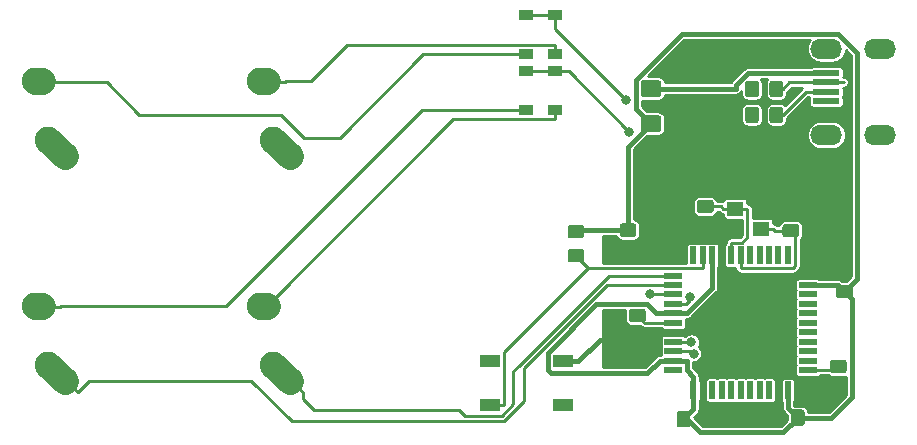
<source format=gbr>
G04 #@! TF.GenerationSoftware,KiCad,Pcbnew,5.1.5*
G04 #@! TF.CreationDate,2020-01-27T21:51:43-06:00*
G04 #@! TF.ProjectId,pcbtut,70636274-7574-42e6-9b69-6361645f7063,rev?*
G04 #@! TF.SameCoordinates,Original*
G04 #@! TF.FileFunction,Copper,L2,Bot*
G04 #@! TF.FilePolarity,Positive*
%FSLAX46Y46*%
G04 Gerber Fmt 4.6, Leading zero omitted, Abs format (unit mm)*
G04 Created by KiCad (PCBNEW 5.1.5) date 2020-01-27 21:51:43*
%MOMM*%
%LPD*%
G04 APERTURE LIST*
%ADD10C,2.250000*%
%ADD11C,2.250000*%
%ADD12R,1.400000X1.200000*%
%ADD13O,2.700000X1.700000*%
%ADD14R,2.250000X0.500000*%
%ADD15R,0.550000X1.500000*%
%ADD16R,1.500000X0.550000*%
%ADD17R,1.800000X1.100000*%
%ADD18C,0.100000*%
%ADD19R,1.200000X0.900000*%
%ADD20C,0.800000*%
%ADD21C,0.381000*%
%ADD22C,0.254000*%
G04 APERTURE END LIST*
D10*
X136788000Y-137994000D02*
X136208000Y-137954000D01*
D11*
X136208000Y-137954000D03*
D10*
X138748000Y-144304000D02*
X137288000Y-142993998D01*
D11*
X137288000Y-142994000D03*
D12*
X178626000Y-129745000D03*
X176426000Y-129745000D03*
X176426000Y-131445000D03*
X178626000Y-131445000D03*
D13*
X188650000Y-116206000D03*
X188650000Y-123506000D03*
X184150000Y-123506000D03*
X184150000Y-116206000D03*
D14*
X184150000Y-118256000D03*
X184150000Y-119056000D03*
X184150000Y-119856000D03*
X184150000Y-120656000D03*
X184150000Y-121456000D03*
D15*
X172894000Y-145114000D03*
X173694000Y-145114000D03*
X174494000Y-145114000D03*
X175294000Y-145114000D03*
X176094000Y-145114000D03*
X176894000Y-145114000D03*
X177694000Y-145114000D03*
X178494000Y-145114000D03*
X179294000Y-145114000D03*
X180094000Y-145114000D03*
X180894000Y-145114000D03*
D16*
X182594000Y-143414000D03*
X182594000Y-142614000D03*
X182594000Y-141814000D03*
X182594000Y-141014000D03*
X182594000Y-140214000D03*
X182594000Y-139414000D03*
X182594000Y-138614000D03*
X182594000Y-137814000D03*
X182594000Y-137014000D03*
X182594000Y-136214000D03*
X182594000Y-135414000D03*
D15*
X180894000Y-133714000D03*
X180094000Y-133714000D03*
X179294000Y-133714000D03*
X178494000Y-133714000D03*
X177694000Y-133714000D03*
X176894000Y-133714000D03*
X176094000Y-133714000D03*
X175294000Y-133714000D03*
X174494000Y-133714000D03*
X173694000Y-133714000D03*
X172894000Y-133714000D03*
D16*
X171194000Y-135414000D03*
X171194000Y-136214000D03*
X171194000Y-137014000D03*
X171194000Y-137814000D03*
X171194000Y-138614000D03*
X171194000Y-139414000D03*
X171194000Y-140214000D03*
X171194000Y-141014000D03*
X171194000Y-141814000D03*
X171194000Y-142614000D03*
X171194000Y-143414000D03*
D17*
X161850000Y-142676000D03*
X155650000Y-146376000D03*
X161850000Y-146376000D03*
X155650000Y-142676000D03*
G04 #@! TA.AperFunction,SMDPad,CuDef*
D18*
G36*
X185640505Y-142537204D02*
G01*
X185664773Y-142540804D01*
X185688572Y-142546765D01*
X185711671Y-142555030D01*
X185733850Y-142565520D01*
X185754893Y-142578132D01*
X185774599Y-142592747D01*
X185792777Y-142609223D01*
X185809253Y-142627401D01*
X185823868Y-142647107D01*
X185836480Y-142668150D01*
X185846970Y-142690329D01*
X185855235Y-142713428D01*
X185861196Y-142737227D01*
X185864796Y-142761495D01*
X185866000Y-142785999D01*
X185866000Y-143436001D01*
X185864796Y-143460505D01*
X185861196Y-143484773D01*
X185855235Y-143508572D01*
X185846970Y-143531671D01*
X185836480Y-143553850D01*
X185823868Y-143574893D01*
X185809253Y-143594599D01*
X185792777Y-143612777D01*
X185774599Y-143629253D01*
X185754893Y-143643868D01*
X185733850Y-143656480D01*
X185711671Y-143666970D01*
X185688572Y-143675235D01*
X185664773Y-143681196D01*
X185640505Y-143684796D01*
X185616001Y-143686000D01*
X184715999Y-143686000D01*
X184691495Y-143684796D01*
X184667227Y-143681196D01*
X184643428Y-143675235D01*
X184620329Y-143666970D01*
X184598150Y-143656480D01*
X184577107Y-143643868D01*
X184557401Y-143629253D01*
X184539223Y-143612777D01*
X184522747Y-143594599D01*
X184508132Y-143574893D01*
X184495520Y-143553850D01*
X184485030Y-143531671D01*
X184476765Y-143508572D01*
X184470804Y-143484773D01*
X184467204Y-143460505D01*
X184466000Y-143436001D01*
X184466000Y-142785999D01*
X184467204Y-142761495D01*
X184470804Y-142737227D01*
X184476765Y-142713428D01*
X184485030Y-142690329D01*
X184495520Y-142668150D01*
X184508132Y-142647107D01*
X184522747Y-142627401D01*
X184539223Y-142609223D01*
X184557401Y-142592747D01*
X184577107Y-142578132D01*
X184598150Y-142565520D01*
X184620329Y-142555030D01*
X184643428Y-142546765D01*
X184667227Y-142540804D01*
X184691495Y-142537204D01*
X184715999Y-142536000D01*
X185616001Y-142536000D01*
X185640505Y-142537204D01*
G37*
G04 #@! TD.AperFunction*
G04 #@! TA.AperFunction,SMDPad,CuDef*
G36*
X185640505Y-144587204D02*
G01*
X185664773Y-144590804D01*
X185688572Y-144596765D01*
X185711671Y-144605030D01*
X185733850Y-144615520D01*
X185754893Y-144628132D01*
X185774599Y-144642747D01*
X185792777Y-144659223D01*
X185809253Y-144677401D01*
X185823868Y-144697107D01*
X185836480Y-144718150D01*
X185846970Y-144740329D01*
X185855235Y-144763428D01*
X185861196Y-144787227D01*
X185864796Y-144811495D01*
X185866000Y-144835999D01*
X185866000Y-145486001D01*
X185864796Y-145510505D01*
X185861196Y-145534773D01*
X185855235Y-145558572D01*
X185846970Y-145581671D01*
X185836480Y-145603850D01*
X185823868Y-145624893D01*
X185809253Y-145644599D01*
X185792777Y-145662777D01*
X185774599Y-145679253D01*
X185754893Y-145693868D01*
X185733850Y-145706480D01*
X185711671Y-145716970D01*
X185688572Y-145725235D01*
X185664773Y-145731196D01*
X185640505Y-145734796D01*
X185616001Y-145736000D01*
X184715999Y-145736000D01*
X184691495Y-145734796D01*
X184667227Y-145731196D01*
X184643428Y-145725235D01*
X184620329Y-145716970D01*
X184598150Y-145706480D01*
X184577107Y-145693868D01*
X184557401Y-145679253D01*
X184539223Y-145662777D01*
X184522747Y-145644599D01*
X184508132Y-145624893D01*
X184495520Y-145603850D01*
X184485030Y-145581671D01*
X184476765Y-145558572D01*
X184470804Y-145534773D01*
X184467204Y-145510505D01*
X184466000Y-145486001D01*
X184466000Y-144835999D01*
X184467204Y-144811495D01*
X184470804Y-144787227D01*
X184476765Y-144763428D01*
X184485030Y-144740329D01*
X184495520Y-144718150D01*
X184508132Y-144697107D01*
X184522747Y-144677401D01*
X184539223Y-144659223D01*
X184557401Y-144642747D01*
X184577107Y-144628132D01*
X184598150Y-144615520D01*
X184620329Y-144605030D01*
X184643428Y-144596765D01*
X184667227Y-144590804D01*
X184691495Y-144587204D01*
X184715999Y-144586000D01*
X185616001Y-144586000D01*
X185640505Y-144587204D01*
G37*
G04 #@! TD.AperFunction*
G04 #@! TA.AperFunction,SMDPad,CuDef*
G36*
X163415505Y-133157204D02*
G01*
X163439773Y-133160804D01*
X163463572Y-133166765D01*
X163486671Y-133175030D01*
X163508850Y-133185520D01*
X163529893Y-133198132D01*
X163549599Y-133212747D01*
X163567777Y-133229223D01*
X163584253Y-133247401D01*
X163598868Y-133267107D01*
X163611480Y-133288150D01*
X163621970Y-133310329D01*
X163630235Y-133333428D01*
X163636196Y-133357227D01*
X163639796Y-133381495D01*
X163641000Y-133405999D01*
X163641000Y-134056001D01*
X163639796Y-134080505D01*
X163636196Y-134104773D01*
X163630235Y-134128572D01*
X163621970Y-134151671D01*
X163611480Y-134173850D01*
X163598868Y-134194893D01*
X163584253Y-134214599D01*
X163567777Y-134232777D01*
X163549599Y-134249253D01*
X163529893Y-134263868D01*
X163508850Y-134276480D01*
X163486671Y-134286970D01*
X163463572Y-134295235D01*
X163439773Y-134301196D01*
X163415505Y-134304796D01*
X163391001Y-134306000D01*
X162490999Y-134306000D01*
X162466495Y-134304796D01*
X162442227Y-134301196D01*
X162418428Y-134295235D01*
X162395329Y-134286970D01*
X162373150Y-134276480D01*
X162352107Y-134263868D01*
X162332401Y-134249253D01*
X162314223Y-134232777D01*
X162297747Y-134214599D01*
X162283132Y-134194893D01*
X162270520Y-134173850D01*
X162260030Y-134151671D01*
X162251765Y-134128572D01*
X162245804Y-134104773D01*
X162242204Y-134080505D01*
X162241000Y-134056001D01*
X162241000Y-133405999D01*
X162242204Y-133381495D01*
X162245804Y-133357227D01*
X162251765Y-133333428D01*
X162260030Y-133310329D01*
X162270520Y-133288150D01*
X162283132Y-133267107D01*
X162297747Y-133247401D01*
X162314223Y-133229223D01*
X162332401Y-133212747D01*
X162352107Y-133198132D01*
X162373150Y-133185520D01*
X162395329Y-133175030D01*
X162418428Y-133166765D01*
X162442227Y-133160804D01*
X162466495Y-133157204D01*
X162490999Y-133156000D01*
X163391001Y-133156000D01*
X163415505Y-133157204D01*
G37*
G04 #@! TD.AperFunction*
G04 #@! TA.AperFunction,SMDPad,CuDef*
G36*
X163415505Y-131107204D02*
G01*
X163439773Y-131110804D01*
X163463572Y-131116765D01*
X163486671Y-131125030D01*
X163508850Y-131135520D01*
X163529893Y-131148132D01*
X163549599Y-131162747D01*
X163567777Y-131179223D01*
X163584253Y-131197401D01*
X163598868Y-131217107D01*
X163611480Y-131238150D01*
X163621970Y-131260329D01*
X163630235Y-131283428D01*
X163636196Y-131307227D01*
X163639796Y-131331495D01*
X163641000Y-131355999D01*
X163641000Y-132006001D01*
X163639796Y-132030505D01*
X163636196Y-132054773D01*
X163630235Y-132078572D01*
X163621970Y-132101671D01*
X163611480Y-132123850D01*
X163598868Y-132144893D01*
X163584253Y-132164599D01*
X163567777Y-132182777D01*
X163549599Y-132199253D01*
X163529893Y-132213868D01*
X163508850Y-132226480D01*
X163486671Y-132236970D01*
X163463572Y-132245235D01*
X163439773Y-132251196D01*
X163415505Y-132254796D01*
X163391001Y-132256000D01*
X162490999Y-132256000D01*
X162466495Y-132254796D01*
X162442227Y-132251196D01*
X162418428Y-132245235D01*
X162395329Y-132236970D01*
X162373150Y-132226480D01*
X162352107Y-132213868D01*
X162332401Y-132199253D01*
X162314223Y-132182777D01*
X162297747Y-132164599D01*
X162283132Y-132144893D01*
X162270520Y-132123850D01*
X162260030Y-132101671D01*
X162251765Y-132078572D01*
X162245804Y-132054773D01*
X162242204Y-132030505D01*
X162241000Y-132006001D01*
X162241000Y-131355999D01*
X162242204Y-131331495D01*
X162245804Y-131307227D01*
X162251765Y-131283428D01*
X162260030Y-131260329D01*
X162270520Y-131238150D01*
X162283132Y-131217107D01*
X162297747Y-131197401D01*
X162314223Y-131179223D01*
X162332401Y-131162747D01*
X162352107Y-131148132D01*
X162373150Y-131135520D01*
X162395329Y-131125030D01*
X162418428Y-131116765D01*
X162442227Y-131110804D01*
X162466495Y-131107204D01*
X162490999Y-131106000D01*
X163391001Y-131106000D01*
X163415505Y-131107204D01*
G37*
G04 #@! TD.AperFunction*
G04 #@! TA.AperFunction,SMDPad,CuDef*
G36*
X180249505Y-121101204D02*
G01*
X180273773Y-121104804D01*
X180297572Y-121110765D01*
X180320671Y-121119030D01*
X180342850Y-121129520D01*
X180363893Y-121142132D01*
X180383599Y-121156747D01*
X180401777Y-121173223D01*
X180418253Y-121191401D01*
X180432868Y-121211107D01*
X180445480Y-121232150D01*
X180455970Y-121254329D01*
X180464235Y-121277428D01*
X180470196Y-121301227D01*
X180473796Y-121325495D01*
X180475000Y-121349999D01*
X180475000Y-122250001D01*
X180473796Y-122274505D01*
X180470196Y-122298773D01*
X180464235Y-122322572D01*
X180455970Y-122345671D01*
X180445480Y-122367850D01*
X180432868Y-122388893D01*
X180418253Y-122408599D01*
X180401777Y-122426777D01*
X180383599Y-122443253D01*
X180363893Y-122457868D01*
X180342850Y-122470480D01*
X180320671Y-122480970D01*
X180297572Y-122489235D01*
X180273773Y-122495196D01*
X180249505Y-122498796D01*
X180225001Y-122500000D01*
X179574999Y-122500000D01*
X179550495Y-122498796D01*
X179526227Y-122495196D01*
X179502428Y-122489235D01*
X179479329Y-122480970D01*
X179457150Y-122470480D01*
X179436107Y-122457868D01*
X179416401Y-122443253D01*
X179398223Y-122426777D01*
X179381747Y-122408599D01*
X179367132Y-122388893D01*
X179354520Y-122367850D01*
X179344030Y-122345671D01*
X179335765Y-122322572D01*
X179329804Y-122298773D01*
X179326204Y-122274505D01*
X179325000Y-122250001D01*
X179325000Y-121349999D01*
X179326204Y-121325495D01*
X179329804Y-121301227D01*
X179335765Y-121277428D01*
X179344030Y-121254329D01*
X179354520Y-121232150D01*
X179367132Y-121211107D01*
X179381747Y-121191401D01*
X179398223Y-121173223D01*
X179416401Y-121156747D01*
X179436107Y-121142132D01*
X179457150Y-121129520D01*
X179479329Y-121119030D01*
X179502428Y-121110765D01*
X179526227Y-121104804D01*
X179550495Y-121101204D01*
X179574999Y-121100000D01*
X180225001Y-121100000D01*
X180249505Y-121101204D01*
G37*
G04 #@! TD.AperFunction*
G04 #@! TA.AperFunction,SMDPad,CuDef*
G36*
X178199505Y-121101204D02*
G01*
X178223773Y-121104804D01*
X178247572Y-121110765D01*
X178270671Y-121119030D01*
X178292850Y-121129520D01*
X178313893Y-121142132D01*
X178333599Y-121156747D01*
X178351777Y-121173223D01*
X178368253Y-121191401D01*
X178382868Y-121211107D01*
X178395480Y-121232150D01*
X178405970Y-121254329D01*
X178414235Y-121277428D01*
X178420196Y-121301227D01*
X178423796Y-121325495D01*
X178425000Y-121349999D01*
X178425000Y-122250001D01*
X178423796Y-122274505D01*
X178420196Y-122298773D01*
X178414235Y-122322572D01*
X178405970Y-122345671D01*
X178395480Y-122367850D01*
X178382868Y-122388893D01*
X178368253Y-122408599D01*
X178351777Y-122426777D01*
X178333599Y-122443253D01*
X178313893Y-122457868D01*
X178292850Y-122470480D01*
X178270671Y-122480970D01*
X178247572Y-122489235D01*
X178223773Y-122495196D01*
X178199505Y-122498796D01*
X178175001Y-122500000D01*
X177524999Y-122500000D01*
X177500495Y-122498796D01*
X177476227Y-122495196D01*
X177452428Y-122489235D01*
X177429329Y-122480970D01*
X177407150Y-122470480D01*
X177386107Y-122457868D01*
X177366401Y-122443253D01*
X177348223Y-122426777D01*
X177331747Y-122408599D01*
X177317132Y-122388893D01*
X177304520Y-122367850D01*
X177294030Y-122345671D01*
X177285765Y-122322572D01*
X177279804Y-122298773D01*
X177276204Y-122274505D01*
X177275000Y-122250001D01*
X177275000Y-121349999D01*
X177276204Y-121325495D01*
X177279804Y-121301227D01*
X177285765Y-121277428D01*
X177294030Y-121254329D01*
X177304520Y-121232150D01*
X177317132Y-121211107D01*
X177331747Y-121191401D01*
X177348223Y-121173223D01*
X177366401Y-121156747D01*
X177386107Y-121142132D01*
X177407150Y-121129520D01*
X177429329Y-121119030D01*
X177452428Y-121110765D01*
X177476227Y-121104804D01*
X177500495Y-121101204D01*
X177524999Y-121100000D01*
X178175001Y-121100000D01*
X178199505Y-121101204D01*
G37*
G04 #@! TD.AperFunction*
G04 #@! TA.AperFunction,SMDPad,CuDef*
G36*
X180249505Y-118901204D02*
G01*
X180273773Y-118904804D01*
X180297572Y-118910765D01*
X180320671Y-118919030D01*
X180342850Y-118929520D01*
X180363893Y-118942132D01*
X180383599Y-118956747D01*
X180401777Y-118973223D01*
X180418253Y-118991401D01*
X180432868Y-119011107D01*
X180445480Y-119032150D01*
X180455970Y-119054329D01*
X180464235Y-119077428D01*
X180470196Y-119101227D01*
X180473796Y-119125495D01*
X180475000Y-119149999D01*
X180475000Y-120050001D01*
X180473796Y-120074505D01*
X180470196Y-120098773D01*
X180464235Y-120122572D01*
X180455970Y-120145671D01*
X180445480Y-120167850D01*
X180432868Y-120188893D01*
X180418253Y-120208599D01*
X180401777Y-120226777D01*
X180383599Y-120243253D01*
X180363893Y-120257868D01*
X180342850Y-120270480D01*
X180320671Y-120280970D01*
X180297572Y-120289235D01*
X180273773Y-120295196D01*
X180249505Y-120298796D01*
X180225001Y-120300000D01*
X179574999Y-120300000D01*
X179550495Y-120298796D01*
X179526227Y-120295196D01*
X179502428Y-120289235D01*
X179479329Y-120280970D01*
X179457150Y-120270480D01*
X179436107Y-120257868D01*
X179416401Y-120243253D01*
X179398223Y-120226777D01*
X179381747Y-120208599D01*
X179367132Y-120188893D01*
X179354520Y-120167850D01*
X179344030Y-120145671D01*
X179335765Y-120122572D01*
X179329804Y-120098773D01*
X179326204Y-120074505D01*
X179325000Y-120050001D01*
X179325000Y-119149999D01*
X179326204Y-119125495D01*
X179329804Y-119101227D01*
X179335765Y-119077428D01*
X179344030Y-119054329D01*
X179354520Y-119032150D01*
X179367132Y-119011107D01*
X179381747Y-118991401D01*
X179398223Y-118973223D01*
X179416401Y-118956747D01*
X179436107Y-118942132D01*
X179457150Y-118929520D01*
X179479329Y-118919030D01*
X179502428Y-118910765D01*
X179526227Y-118904804D01*
X179550495Y-118901204D01*
X179574999Y-118900000D01*
X180225001Y-118900000D01*
X180249505Y-118901204D01*
G37*
G04 #@! TD.AperFunction*
G04 #@! TA.AperFunction,SMDPad,CuDef*
G36*
X178199505Y-118901204D02*
G01*
X178223773Y-118904804D01*
X178247572Y-118910765D01*
X178270671Y-118919030D01*
X178292850Y-118929520D01*
X178313893Y-118942132D01*
X178333599Y-118956747D01*
X178351777Y-118973223D01*
X178368253Y-118991401D01*
X178382868Y-119011107D01*
X178395480Y-119032150D01*
X178405970Y-119054329D01*
X178414235Y-119077428D01*
X178420196Y-119101227D01*
X178423796Y-119125495D01*
X178425000Y-119149999D01*
X178425000Y-120050001D01*
X178423796Y-120074505D01*
X178420196Y-120098773D01*
X178414235Y-120122572D01*
X178405970Y-120145671D01*
X178395480Y-120167850D01*
X178382868Y-120188893D01*
X178368253Y-120208599D01*
X178351777Y-120226777D01*
X178333599Y-120243253D01*
X178313893Y-120257868D01*
X178292850Y-120270480D01*
X178270671Y-120280970D01*
X178247572Y-120289235D01*
X178223773Y-120295196D01*
X178199505Y-120298796D01*
X178175001Y-120300000D01*
X177524999Y-120300000D01*
X177500495Y-120298796D01*
X177476227Y-120295196D01*
X177452428Y-120289235D01*
X177429329Y-120280970D01*
X177407150Y-120270480D01*
X177386107Y-120257868D01*
X177366401Y-120243253D01*
X177348223Y-120226777D01*
X177331747Y-120208599D01*
X177317132Y-120188893D01*
X177304520Y-120167850D01*
X177294030Y-120145671D01*
X177285765Y-120122572D01*
X177279804Y-120098773D01*
X177276204Y-120074505D01*
X177275000Y-120050001D01*
X177275000Y-119149999D01*
X177276204Y-119125495D01*
X177279804Y-119101227D01*
X177285765Y-119077428D01*
X177294030Y-119054329D01*
X177304520Y-119032150D01*
X177317132Y-119011107D01*
X177331747Y-118991401D01*
X177348223Y-118973223D01*
X177366401Y-118956747D01*
X177386107Y-118942132D01*
X177407150Y-118929520D01*
X177429329Y-118919030D01*
X177452428Y-118910765D01*
X177476227Y-118904804D01*
X177500495Y-118901204D01*
X177524999Y-118900000D01*
X178175001Y-118900000D01*
X178199505Y-118901204D01*
G37*
G04 #@! TD.AperFunction*
D10*
X136788000Y-118944000D02*
X136208000Y-118904000D01*
D11*
X136208000Y-118904000D03*
D10*
X138748000Y-125254000D02*
X137288000Y-123943998D01*
D11*
X137288000Y-123944000D03*
D10*
X117738000Y-137994000D02*
X117158000Y-137954000D01*
D11*
X117158000Y-137954000D03*
D10*
X119698000Y-144304000D02*
X118238000Y-142993998D01*
D11*
X118238000Y-142994000D03*
D10*
X117738000Y-118944000D02*
X117158000Y-118904000D01*
D11*
X117158000Y-118904000D03*
D10*
X119698000Y-125254000D02*
X118238000Y-123943998D01*
D11*
X118238000Y-123944000D03*
G04 #@! TA.AperFunction,SMDPad,CuDef*
D18*
G36*
X169940504Y-118869204D02*
G01*
X169964773Y-118872804D01*
X169988571Y-118878765D01*
X170011671Y-118887030D01*
X170033849Y-118897520D01*
X170054893Y-118910133D01*
X170074598Y-118924747D01*
X170092777Y-118941223D01*
X170109253Y-118959402D01*
X170123867Y-118979107D01*
X170136480Y-119000151D01*
X170146970Y-119022329D01*
X170155235Y-119045429D01*
X170161196Y-119069227D01*
X170164796Y-119093496D01*
X170166000Y-119118000D01*
X170166000Y-120043000D01*
X170164796Y-120067504D01*
X170161196Y-120091773D01*
X170155235Y-120115571D01*
X170146970Y-120138671D01*
X170136480Y-120160849D01*
X170123867Y-120181893D01*
X170109253Y-120201598D01*
X170092777Y-120219777D01*
X170074598Y-120236253D01*
X170054893Y-120250867D01*
X170033849Y-120263480D01*
X170011671Y-120273970D01*
X169988571Y-120282235D01*
X169964773Y-120288196D01*
X169940504Y-120291796D01*
X169916000Y-120293000D01*
X168666000Y-120293000D01*
X168641496Y-120291796D01*
X168617227Y-120288196D01*
X168593429Y-120282235D01*
X168570329Y-120273970D01*
X168548151Y-120263480D01*
X168527107Y-120250867D01*
X168507402Y-120236253D01*
X168489223Y-120219777D01*
X168472747Y-120201598D01*
X168458133Y-120181893D01*
X168445520Y-120160849D01*
X168435030Y-120138671D01*
X168426765Y-120115571D01*
X168420804Y-120091773D01*
X168417204Y-120067504D01*
X168416000Y-120043000D01*
X168416000Y-119118000D01*
X168417204Y-119093496D01*
X168420804Y-119069227D01*
X168426765Y-119045429D01*
X168435030Y-119022329D01*
X168445520Y-119000151D01*
X168458133Y-118979107D01*
X168472747Y-118959402D01*
X168489223Y-118941223D01*
X168507402Y-118924747D01*
X168527107Y-118910133D01*
X168548151Y-118897520D01*
X168570329Y-118887030D01*
X168593429Y-118878765D01*
X168617227Y-118872804D01*
X168641496Y-118869204D01*
X168666000Y-118868000D01*
X169916000Y-118868000D01*
X169940504Y-118869204D01*
G37*
G04 #@! TD.AperFunction*
G04 #@! TA.AperFunction,SMDPad,CuDef*
G36*
X169940504Y-121844204D02*
G01*
X169964773Y-121847804D01*
X169988571Y-121853765D01*
X170011671Y-121862030D01*
X170033849Y-121872520D01*
X170054893Y-121885133D01*
X170074598Y-121899747D01*
X170092777Y-121916223D01*
X170109253Y-121934402D01*
X170123867Y-121954107D01*
X170136480Y-121975151D01*
X170146970Y-121997329D01*
X170155235Y-122020429D01*
X170161196Y-122044227D01*
X170164796Y-122068496D01*
X170166000Y-122093000D01*
X170166000Y-123018000D01*
X170164796Y-123042504D01*
X170161196Y-123066773D01*
X170155235Y-123090571D01*
X170146970Y-123113671D01*
X170136480Y-123135849D01*
X170123867Y-123156893D01*
X170109253Y-123176598D01*
X170092777Y-123194777D01*
X170074598Y-123211253D01*
X170054893Y-123225867D01*
X170033849Y-123238480D01*
X170011671Y-123248970D01*
X169988571Y-123257235D01*
X169964773Y-123263196D01*
X169940504Y-123266796D01*
X169916000Y-123268000D01*
X168666000Y-123268000D01*
X168641496Y-123266796D01*
X168617227Y-123263196D01*
X168593429Y-123257235D01*
X168570329Y-123248970D01*
X168548151Y-123238480D01*
X168527107Y-123225867D01*
X168507402Y-123211253D01*
X168489223Y-123194777D01*
X168472747Y-123176598D01*
X168458133Y-123156893D01*
X168445520Y-123135849D01*
X168435030Y-123113671D01*
X168426765Y-123090571D01*
X168420804Y-123066773D01*
X168417204Y-123042504D01*
X168416000Y-123018000D01*
X168416000Y-122093000D01*
X168417204Y-122068496D01*
X168420804Y-122044227D01*
X168426765Y-122020429D01*
X168435030Y-121997329D01*
X168445520Y-121975151D01*
X168458133Y-121954107D01*
X168472747Y-121934402D01*
X168489223Y-121916223D01*
X168507402Y-121899747D01*
X168527107Y-121885133D01*
X168548151Y-121872520D01*
X168570329Y-121862030D01*
X168593429Y-121853765D01*
X168617227Y-121847804D01*
X168641496Y-121844204D01*
X168666000Y-121843000D01*
X169916000Y-121843000D01*
X169940504Y-121844204D01*
G37*
G04 #@! TD.AperFunction*
D19*
X161163000Y-118111000D03*
X161163000Y-121411000D03*
X161163000Y-113381000D03*
X161163000Y-116681000D03*
X158750000Y-118110000D03*
X158750000Y-121410000D03*
X158750000Y-113381000D03*
X158750000Y-116681000D03*
G04 #@! TA.AperFunction,SMDPad,CuDef*
D18*
G36*
X174443505Y-146875204D02*
G01*
X174467773Y-146878804D01*
X174491572Y-146884765D01*
X174514671Y-146893030D01*
X174536850Y-146903520D01*
X174557893Y-146916132D01*
X174577599Y-146930747D01*
X174595777Y-146947223D01*
X174612253Y-146965401D01*
X174626868Y-146985107D01*
X174639480Y-147006150D01*
X174649970Y-147028329D01*
X174658235Y-147051428D01*
X174664196Y-147075227D01*
X174667796Y-147099495D01*
X174669000Y-147123999D01*
X174669000Y-148024001D01*
X174667796Y-148048505D01*
X174664196Y-148072773D01*
X174658235Y-148096572D01*
X174649970Y-148119671D01*
X174639480Y-148141850D01*
X174626868Y-148162893D01*
X174612253Y-148182599D01*
X174595777Y-148200777D01*
X174577599Y-148217253D01*
X174557893Y-148231868D01*
X174536850Y-148244480D01*
X174514671Y-148254970D01*
X174491572Y-148263235D01*
X174467773Y-148269196D01*
X174443505Y-148272796D01*
X174419001Y-148274000D01*
X173768999Y-148274000D01*
X173744495Y-148272796D01*
X173720227Y-148269196D01*
X173696428Y-148263235D01*
X173673329Y-148254970D01*
X173651150Y-148244480D01*
X173630107Y-148231868D01*
X173610401Y-148217253D01*
X173592223Y-148200777D01*
X173575747Y-148182599D01*
X173561132Y-148162893D01*
X173548520Y-148141850D01*
X173538030Y-148119671D01*
X173529765Y-148096572D01*
X173523804Y-148072773D01*
X173520204Y-148048505D01*
X173519000Y-148024001D01*
X173519000Y-147123999D01*
X173520204Y-147099495D01*
X173523804Y-147075227D01*
X173529765Y-147051428D01*
X173538030Y-147028329D01*
X173548520Y-147006150D01*
X173561132Y-146985107D01*
X173575747Y-146965401D01*
X173592223Y-146947223D01*
X173610401Y-146930747D01*
X173630107Y-146916132D01*
X173651150Y-146903520D01*
X173673329Y-146893030D01*
X173696428Y-146884765D01*
X173720227Y-146878804D01*
X173744495Y-146875204D01*
X173768999Y-146874000D01*
X174419001Y-146874000D01*
X174443505Y-146875204D01*
G37*
G04 #@! TD.AperFunction*
G04 #@! TA.AperFunction,SMDPad,CuDef*
G36*
X172393505Y-146875204D02*
G01*
X172417773Y-146878804D01*
X172441572Y-146884765D01*
X172464671Y-146893030D01*
X172486850Y-146903520D01*
X172507893Y-146916132D01*
X172527599Y-146930747D01*
X172545777Y-146947223D01*
X172562253Y-146965401D01*
X172576868Y-146985107D01*
X172589480Y-147006150D01*
X172599970Y-147028329D01*
X172608235Y-147051428D01*
X172614196Y-147075227D01*
X172617796Y-147099495D01*
X172619000Y-147123999D01*
X172619000Y-148024001D01*
X172617796Y-148048505D01*
X172614196Y-148072773D01*
X172608235Y-148096572D01*
X172599970Y-148119671D01*
X172589480Y-148141850D01*
X172576868Y-148162893D01*
X172562253Y-148182599D01*
X172545777Y-148200777D01*
X172527599Y-148217253D01*
X172507893Y-148231868D01*
X172486850Y-148244480D01*
X172464671Y-148254970D01*
X172441572Y-148263235D01*
X172417773Y-148269196D01*
X172393505Y-148272796D01*
X172369001Y-148274000D01*
X171718999Y-148274000D01*
X171694495Y-148272796D01*
X171670227Y-148269196D01*
X171646428Y-148263235D01*
X171623329Y-148254970D01*
X171601150Y-148244480D01*
X171580107Y-148231868D01*
X171560401Y-148217253D01*
X171542223Y-148200777D01*
X171525747Y-148182599D01*
X171511132Y-148162893D01*
X171498520Y-148141850D01*
X171488030Y-148119671D01*
X171479765Y-148096572D01*
X171473804Y-148072773D01*
X171470204Y-148048505D01*
X171469000Y-148024001D01*
X171469000Y-147123999D01*
X171470204Y-147099495D01*
X171473804Y-147075227D01*
X171479765Y-147051428D01*
X171488030Y-147028329D01*
X171498520Y-147006150D01*
X171511132Y-146985107D01*
X171525747Y-146965401D01*
X171542223Y-146947223D01*
X171560401Y-146930747D01*
X171580107Y-146916132D01*
X171601150Y-146903520D01*
X171623329Y-146893030D01*
X171646428Y-146884765D01*
X171670227Y-146878804D01*
X171694495Y-146875204D01*
X171718999Y-146874000D01*
X172369001Y-146874000D01*
X172393505Y-146875204D01*
G37*
G04 #@! TD.AperFunction*
G04 #@! TA.AperFunction,SMDPad,CuDef*
G36*
X186148505Y-134155204D02*
G01*
X186172773Y-134158804D01*
X186196572Y-134164765D01*
X186219671Y-134173030D01*
X186241850Y-134183520D01*
X186262893Y-134196132D01*
X186282599Y-134210747D01*
X186300777Y-134227223D01*
X186317253Y-134245401D01*
X186331868Y-134265107D01*
X186344480Y-134286150D01*
X186354970Y-134308329D01*
X186363235Y-134331428D01*
X186369196Y-134355227D01*
X186372796Y-134379495D01*
X186374000Y-134403999D01*
X186374000Y-135054001D01*
X186372796Y-135078505D01*
X186369196Y-135102773D01*
X186363235Y-135126572D01*
X186354970Y-135149671D01*
X186344480Y-135171850D01*
X186331868Y-135192893D01*
X186317253Y-135212599D01*
X186300777Y-135230777D01*
X186282599Y-135247253D01*
X186262893Y-135261868D01*
X186241850Y-135274480D01*
X186219671Y-135284970D01*
X186196572Y-135293235D01*
X186172773Y-135299196D01*
X186148505Y-135302796D01*
X186124001Y-135304000D01*
X185223999Y-135304000D01*
X185199495Y-135302796D01*
X185175227Y-135299196D01*
X185151428Y-135293235D01*
X185128329Y-135284970D01*
X185106150Y-135274480D01*
X185085107Y-135261868D01*
X185065401Y-135247253D01*
X185047223Y-135230777D01*
X185030747Y-135212599D01*
X185016132Y-135192893D01*
X185003520Y-135171850D01*
X184993030Y-135149671D01*
X184984765Y-135126572D01*
X184978804Y-135102773D01*
X184975204Y-135078505D01*
X184974000Y-135054001D01*
X184974000Y-134403999D01*
X184975204Y-134379495D01*
X184978804Y-134355227D01*
X184984765Y-134331428D01*
X184993030Y-134308329D01*
X185003520Y-134286150D01*
X185016132Y-134265107D01*
X185030747Y-134245401D01*
X185047223Y-134227223D01*
X185065401Y-134210747D01*
X185085107Y-134196132D01*
X185106150Y-134183520D01*
X185128329Y-134173030D01*
X185151428Y-134164765D01*
X185175227Y-134158804D01*
X185199495Y-134155204D01*
X185223999Y-134154000D01*
X186124001Y-134154000D01*
X186148505Y-134155204D01*
G37*
G04 #@! TD.AperFunction*
G04 #@! TA.AperFunction,SMDPad,CuDef*
G36*
X186148505Y-136205204D02*
G01*
X186172773Y-136208804D01*
X186196572Y-136214765D01*
X186219671Y-136223030D01*
X186241850Y-136233520D01*
X186262893Y-136246132D01*
X186282599Y-136260747D01*
X186300777Y-136277223D01*
X186317253Y-136295401D01*
X186331868Y-136315107D01*
X186344480Y-136336150D01*
X186354970Y-136358329D01*
X186363235Y-136381428D01*
X186369196Y-136405227D01*
X186372796Y-136429495D01*
X186374000Y-136453999D01*
X186374000Y-137104001D01*
X186372796Y-137128505D01*
X186369196Y-137152773D01*
X186363235Y-137176572D01*
X186354970Y-137199671D01*
X186344480Y-137221850D01*
X186331868Y-137242893D01*
X186317253Y-137262599D01*
X186300777Y-137280777D01*
X186282599Y-137297253D01*
X186262893Y-137311868D01*
X186241850Y-137324480D01*
X186219671Y-137334970D01*
X186196572Y-137343235D01*
X186172773Y-137349196D01*
X186148505Y-137352796D01*
X186124001Y-137354000D01*
X185223999Y-137354000D01*
X185199495Y-137352796D01*
X185175227Y-137349196D01*
X185151428Y-137343235D01*
X185128329Y-137334970D01*
X185106150Y-137324480D01*
X185085107Y-137311868D01*
X185065401Y-137297253D01*
X185047223Y-137280777D01*
X185030747Y-137262599D01*
X185016132Y-137242893D01*
X185003520Y-137221850D01*
X184993030Y-137199671D01*
X184984765Y-137176572D01*
X184978804Y-137152773D01*
X184975204Y-137128505D01*
X184974000Y-137104001D01*
X184974000Y-136453999D01*
X184975204Y-136429495D01*
X184978804Y-136405227D01*
X184984765Y-136381428D01*
X184993030Y-136358329D01*
X185003520Y-136336150D01*
X185016132Y-136315107D01*
X185030747Y-136295401D01*
X185047223Y-136277223D01*
X185065401Y-136260747D01*
X185085107Y-136246132D01*
X185106150Y-136233520D01*
X185128329Y-136223030D01*
X185151428Y-136214765D01*
X185175227Y-136208804D01*
X185199495Y-136205204D01*
X185223999Y-136204000D01*
X186124001Y-136204000D01*
X186148505Y-136205204D01*
G37*
G04 #@! TD.AperFunction*
G04 #@! TA.AperFunction,SMDPad,CuDef*
G36*
X180036505Y-146748204D02*
G01*
X180060773Y-146751804D01*
X180084572Y-146757765D01*
X180107671Y-146766030D01*
X180129850Y-146776520D01*
X180150893Y-146789132D01*
X180170599Y-146803747D01*
X180188777Y-146820223D01*
X180205253Y-146838401D01*
X180219868Y-146858107D01*
X180232480Y-146879150D01*
X180242970Y-146901329D01*
X180251235Y-146924428D01*
X180257196Y-146948227D01*
X180260796Y-146972495D01*
X180262000Y-146996999D01*
X180262000Y-147897001D01*
X180260796Y-147921505D01*
X180257196Y-147945773D01*
X180251235Y-147969572D01*
X180242970Y-147992671D01*
X180232480Y-148014850D01*
X180219868Y-148035893D01*
X180205253Y-148055599D01*
X180188777Y-148073777D01*
X180170599Y-148090253D01*
X180150893Y-148104868D01*
X180129850Y-148117480D01*
X180107671Y-148127970D01*
X180084572Y-148136235D01*
X180060773Y-148142196D01*
X180036505Y-148145796D01*
X180012001Y-148147000D01*
X179361999Y-148147000D01*
X179337495Y-148145796D01*
X179313227Y-148142196D01*
X179289428Y-148136235D01*
X179266329Y-148127970D01*
X179244150Y-148117480D01*
X179223107Y-148104868D01*
X179203401Y-148090253D01*
X179185223Y-148073777D01*
X179168747Y-148055599D01*
X179154132Y-148035893D01*
X179141520Y-148014850D01*
X179131030Y-147992671D01*
X179122765Y-147969572D01*
X179116804Y-147945773D01*
X179113204Y-147921505D01*
X179112000Y-147897001D01*
X179112000Y-146996999D01*
X179113204Y-146972495D01*
X179116804Y-146948227D01*
X179122765Y-146924428D01*
X179131030Y-146901329D01*
X179141520Y-146879150D01*
X179154132Y-146858107D01*
X179168747Y-146838401D01*
X179185223Y-146820223D01*
X179203401Y-146803747D01*
X179223107Y-146789132D01*
X179244150Y-146776520D01*
X179266329Y-146766030D01*
X179289428Y-146757765D01*
X179313227Y-146751804D01*
X179337495Y-146748204D01*
X179361999Y-146747000D01*
X180012001Y-146747000D01*
X180036505Y-146748204D01*
G37*
G04 #@! TD.AperFunction*
G04 #@! TA.AperFunction,SMDPad,CuDef*
G36*
X182086505Y-146748204D02*
G01*
X182110773Y-146751804D01*
X182134572Y-146757765D01*
X182157671Y-146766030D01*
X182179850Y-146776520D01*
X182200893Y-146789132D01*
X182220599Y-146803747D01*
X182238777Y-146820223D01*
X182255253Y-146838401D01*
X182269868Y-146858107D01*
X182282480Y-146879150D01*
X182292970Y-146901329D01*
X182301235Y-146924428D01*
X182307196Y-146948227D01*
X182310796Y-146972495D01*
X182312000Y-146996999D01*
X182312000Y-147897001D01*
X182310796Y-147921505D01*
X182307196Y-147945773D01*
X182301235Y-147969572D01*
X182292970Y-147992671D01*
X182282480Y-148014850D01*
X182269868Y-148035893D01*
X182255253Y-148055599D01*
X182238777Y-148073777D01*
X182220599Y-148090253D01*
X182200893Y-148104868D01*
X182179850Y-148117480D01*
X182157671Y-148127970D01*
X182134572Y-148136235D01*
X182110773Y-148142196D01*
X182086505Y-148145796D01*
X182062001Y-148147000D01*
X181411999Y-148147000D01*
X181387495Y-148145796D01*
X181363227Y-148142196D01*
X181339428Y-148136235D01*
X181316329Y-148127970D01*
X181294150Y-148117480D01*
X181273107Y-148104868D01*
X181253401Y-148090253D01*
X181235223Y-148073777D01*
X181218747Y-148055599D01*
X181204132Y-148035893D01*
X181191520Y-148014850D01*
X181181030Y-147992671D01*
X181172765Y-147969572D01*
X181166804Y-147945773D01*
X181163204Y-147921505D01*
X181162000Y-147897001D01*
X181162000Y-146996999D01*
X181163204Y-146972495D01*
X181166804Y-146948227D01*
X181172765Y-146924428D01*
X181181030Y-146901329D01*
X181191520Y-146879150D01*
X181204132Y-146858107D01*
X181218747Y-146838401D01*
X181235223Y-146820223D01*
X181253401Y-146803747D01*
X181273107Y-146789132D01*
X181294150Y-146776520D01*
X181316329Y-146766030D01*
X181339428Y-146757765D01*
X181363227Y-146751804D01*
X181387495Y-146748204D01*
X181411999Y-146747000D01*
X182062001Y-146747000D01*
X182086505Y-146748204D01*
G37*
G04 #@! TD.AperFunction*
G04 #@! TA.AperFunction,SMDPad,CuDef*
G36*
X167828505Y-133030204D02*
G01*
X167852773Y-133033804D01*
X167876572Y-133039765D01*
X167899671Y-133048030D01*
X167921850Y-133058520D01*
X167942893Y-133071132D01*
X167962599Y-133085747D01*
X167980777Y-133102223D01*
X167997253Y-133120401D01*
X168011868Y-133140107D01*
X168024480Y-133161150D01*
X168034970Y-133183329D01*
X168043235Y-133206428D01*
X168049196Y-133230227D01*
X168052796Y-133254495D01*
X168054000Y-133278999D01*
X168054000Y-133929001D01*
X168052796Y-133953505D01*
X168049196Y-133977773D01*
X168043235Y-134001572D01*
X168034970Y-134024671D01*
X168024480Y-134046850D01*
X168011868Y-134067893D01*
X167997253Y-134087599D01*
X167980777Y-134105777D01*
X167962599Y-134122253D01*
X167942893Y-134136868D01*
X167921850Y-134149480D01*
X167899671Y-134159970D01*
X167876572Y-134168235D01*
X167852773Y-134174196D01*
X167828505Y-134177796D01*
X167804001Y-134179000D01*
X166903999Y-134179000D01*
X166879495Y-134177796D01*
X166855227Y-134174196D01*
X166831428Y-134168235D01*
X166808329Y-134159970D01*
X166786150Y-134149480D01*
X166765107Y-134136868D01*
X166745401Y-134122253D01*
X166727223Y-134105777D01*
X166710747Y-134087599D01*
X166696132Y-134067893D01*
X166683520Y-134046850D01*
X166673030Y-134024671D01*
X166664765Y-134001572D01*
X166658804Y-133977773D01*
X166655204Y-133953505D01*
X166654000Y-133929001D01*
X166654000Y-133278999D01*
X166655204Y-133254495D01*
X166658804Y-133230227D01*
X166664765Y-133206428D01*
X166673030Y-133183329D01*
X166683520Y-133161150D01*
X166696132Y-133140107D01*
X166710747Y-133120401D01*
X166727223Y-133102223D01*
X166745401Y-133085747D01*
X166765107Y-133071132D01*
X166786150Y-133058520D01*
X166808329Y-133048030D01*
X166831428Y-133039765D01*
X166855227Y-133033804D01*
X166879495Y-133030204D01*
X166903999Y-133029000D01*
X167804001Y-133029000D01*
X167828505Y-133030204D01*
G37*
G04 #@! TD.AperFunction*
G04 #@! TA.AperFunction,SMDPad,CuDef*
G36*
X167828505Y-130980204D02*
G01*
X167852773Y-130983804D01*
X167876572Y-130989765D01*
X167899671Y-130998030D01*
X167921850Y-131008520D01*
X167942893Y-131021132D01*
X167962599Y-131035747D01*
X167980777Y-131052223D01*
X167997253Y-131070401D01*
X168011868Y-131090107D01*
X168024480Y-131111150D01*
X168034970Y-131133329D01*
X168043235Y-131156428D01*
X168049196Y-131180227D01*
X168052796Y-131204495D01*
X168054000Y-131228999D01*
X168054000Y-131879001D01*
X168052796Y-131903505D01*
X168049196Y-131927773D01*
X168043235Y-131951572D01*
X168034970Y-131974671D01*
X168024480Y-131996850D01*
X168011868Y-132017893D01*
X167997253Y-132037599D01*
X167980777Y-132055777D01*
X167962599Y-132072253D01*
X167942893Y-132086868D01*
X167921850Y-132099480D01*
X167899671Y-132109970D01*
X167876572Y-132118235D01*
X167852773Y-132124196D01*
X167828505Y-132127796D01*
X167804001Y-132129000D01*
X166903999Y-132129000D01*
X166879495Y-132127796D01*
X166855227Y-132124196D01*
X166831428Y-132118235D01*
X166808329Y-132109970D01*
X166786150Y-132099480D01*
X166765107Y-132086868D01*
X166745401Y-132072253D01*
X166727223Y-132055777D01*
X166710747Y-132037599D01*
X166696132Y-132017893D01*
X166683520Y-131996850D01*
X166673030Y-131974671D01*
X166664765Y-131951572D01*
X166658804Y-131927773D01*
X166655204Y-131903505D01*
X166654000Y-131879001D01*
X166654000Y-131228999D01*
X166655204Y-131204495D01*
X166658804Y-131180227D01*
X166664765Y-131156428D01*
X166673030Y-131133329D01*
X166683520Y-131111150D01*
X166696132Y-131090107D01*
X166710747Y-131070401D01*
X166727223Y-131052223D01*
X166745401Y-131035747D01*
X166765107Y-131021132D01*
X166786150Y-131008520D01*
X166808329Y-130998030D01*
X166831428Y-130989765D01*
X166855227Y-130983804D01*
X166879495Y-130980204D01*
X166903999Y-130979000D01*
X167804001Y-130979000D01*
X167828505Y-130980204D01*
G37*
G04 #@! TD.AperFunction*
G04 #@! TA.AperFunction,SMDPad,CuDef*
G36*
X168622505Y-140278204D02*
G01*
X168646773Y-140281804D01*
X168670572Y-140287765D01*
X168693671Y-140296030D01*
X168715850Y-140306520D01*
X168736893Y-140319132D01*
X168756599Y-140333747D01*
X168774777Y-140350223D01*
X168791253Y-140368401D01*
X168805868Y-140388107D01*
X168818480Y-140409150D01*
X168828970Y-140431329D01*
X168837235Y-140454428D01*
X168843196Y-140478227D01*
X168846796Y-140502495D01*
X168848000Y-140526999D01*
X168848000Y-141177001D01*
X168846796Y-141201505D01*
X168843196Y-141225773D01*
X168837235Y-141249572D01*
X168828970Y-141272671D01*
X168818480Y-141294850D01*
X168805868Y-141315893D01*
X168791253Y-141335599D01*
X168774777Y-141353777D01*
X168756599Y-141370253D01*
X168736893Y-141384868D01*
X168715850Y-141397480D01*
X168693671Y-141407970D01*
X168670572Y-141416235D01*
X168646773Y-141422196D01*
X168622505Y-141425796D01*
X168598001Y-141427000D01*
X167697999Y-141427000D01*
X167673495Y-141425796D01*
X167649227Y-141422196D01*
X167625428Y-141416235D01*
X167602329Y-141407970D01*
X167580150Y-141397480D01*
X167559107Y-141384868D01*
X167539401Y-141370253D01*
X167521223Y-141353777D01*
X167504747Y-141335599D01*
X167490132Y-141315893D01*
X167477520Y-141294850D01*
X167467030Y-141272671D01*
X167458765Y-141249572D01*
X167452804Y-141225773D01*
X167449204Y-141201505D01*
X167448000Y-141177001D01*
X167448000Y-140526999D01*
X167449204Y-140502495D01*
X167452804Y-140478227D01*
X167458765Y-140454428D01*
X167467030Y-140431329D01*
X167477520Y-140409150D01*
X167490132Y-140388107D01*
X167504747Y-140368401D01*
X167521223Y-140350223D01*
X167539401Y-140333747D01*
X167559107Y-140319132D01*
X167580150Y-140306520D01*
X167602329Y-140296030D01*
X167625428Y-140287765D01*
X167649227Y-140281804D01*
X167673495Y-140278204D01*
X167697999Y-140277000D01*
X168598001Y-140277000D01*
X168622505Y-140278204D01*
G37*
G04 #@! TD.AperFunction*
G04 #@! TA.AperFunction,SMDPad,CuDef*
G36*
X168622505Y-138228204D02*
G01*
X168646773Y-138231804D01*
X168670572Y-138237765D01*
X168693671Y-138246030D01*
X168715850Y-138256520D01*
X168736893Y-138269132D01*
X168756599Y-138283747D01*
X168774777Y-138300223D01*
X168791253Y-138318401D01*
X168805868Y-138338107D01*
X168818480Y-138359150D01*
X168828970Y-138381329D01*
X168837235Y-138404428D01*
X168843196Y-138428227D01*
X168846796Y-138452495D01*
X168848000Y-138476999D01*
X168848000Y-139127001D01*
X168846796Y-139151505D01*
X168843196Y-139175773D01*
X168837235Y-139199572D01*
X168828970Y-139222671D01*
X168818480Y-139244850D01*
X168805868Y-139265893D01*
X168791253Y-139285599D01*
X168774777Y-139303777D01*
X168756599Y-139320253D01*
X168736893Y-139334868D01*
X168715850Y-139347480D01*
X168693671Y-139357970D01*
X168670572Y-139366235D01*
X168646773Y-139372196D01*
X168622505Y-139375796D01*
X168598001Y-139377000D01*
X167697999Y-139377000D01*
X167673495Y-139375796D01*
X167649227Y-139372196D01*
X167625428Y-139366235D01*
X167602329Y-139357970D01*
X167580150Y-139347480D01*
X167559107Y-139334868D01*
X167539401Y-139320253D01*
X167521223Y-139303777D01*
X167504747Y-139285599D01*
X167490132Y-139265893D01*
X167477520Y-139244850D01*
X167467030Y-139222671D01*
X167458765Y-139199572D01*
X167452804Y-139175773D01*
X167449204Y-139151505D01*
X167448000Y-139127001D01*
X167448000Y-138476999D01*
X167449204Y-138452495D01*
X167452804Y-138428227D01*
X167458765Y-138404428D01*
X167467030Y-138381329D01*
X167477520Y-138359150D01*
X167490132Y-138338107D01*
X167504747Y-138318401D01*
X167521223Y-138300223D01*
X167539401Y-138283747D01*
X167559107Y-138269132D01*
X167580150Y-138256520D01*
X167602329Y-138246030D01*
X167625428Y-138237765D01*
X167649227Y-138231804D01*
X167673495Y-138228204D01*
X167697999Y-138227000D01*
X168598001Y-138227000D01*
X168622505Y-138228204D01*
G37*
G04 #@! TD.AperFunction*
G04 #@! TA.AperFunction,SMDPad,CuDef*
G36*
X174369505Y-131030204D02*
G01*
X174393773Y-131033804D01*
X174417572Y-131039765D01*
X174440671Y-131048030D01*
X174462850Y-131058520D01*
X174483893Y-131071132D01*
X174503599Y-131085747D01*
X174521777Y-131102223D01*
X174538253Y-131120401D01*
X174552868Y-131140107D01*
X174565480Y-131161150D01*
X174575970Y-131183329D01*
X174584235Y-131206428D01*
X174590196Y-131230227D01*
X174593796Y-131254495D01*
X174595000Y-131278999D01*
X174595000Y-131929001D01*
X174593796Y-131953505D01*
X174590196Y-131977773D01*
X174584235Y-132001572D01*
X174575970Y-132024671D01*
X174565480Y-132046850D01*
X174552868Y-132067893D01*
X174538253Y-132087599D01*
X174521777Y-132105777D01*
X174503599Y-132122253D01*
X174483893Y-132136868D01*
X174462850Y-132149480D01*
X174440671Y-132159970D01*
X174417572Y-132168235D01*
X174393773Y-132174196D01*
X174369505Y-132177796D01*
X174345001Y-132179000D01*
X173444999Y-132179000D01*
X173420495Y-132177796D01*
X173396227Y-132174196D01*
X173372428Y-132168235D01*
X173349329Y-132159970D01*
X173327150Y-132149480D01*
X173306107Y-132136868D01*
X173286401Y-132122253D01*
X173268223Y-132105777D01*
X173251747Y-132087599D01*
X173237132Y-132067893D01*
X173224520Y-132046850D01*
X173214030Y-132024671D01*
X173205765Y-132001572D01*
X173199804Y-131977773D01*
X173196204Y-131953505D01*
X173195000Y-131929001D01*
X173195000Y-131278999D01*
X173196204Y-131254495D01*
X173199804Y-131230227D01*
X173205765Y-131206428D01*
X173214030Y-131183329D01*
X173224520Y-131161150D01*
X173237132Y-131140107D01*
X173251747Y-131120401D01*
X173268223Y-131102223D01*
X173286401Y-131085747D01*
X173306107Y-131071132D01*
X173327150Y-131058520D01*
X173349329Y-131048030D01*
X173372428Y-131039765D01*
X173396227Y-131033804D01*
X173420495Y-131030204D01*
X173444999Y-131029000D01*
X174345001Y-131029000D01*
X174369505Y-131030204D01*
G37*
G04 #@! TD.AperFunction*
G04 #@! TA.AperFunction,SMDPad,CuDef*
G36*
X174369505Y-128980204D02*
G01*
X174393773Y-128983804D01*
X174417572Y-128989765D01*
X174440671Y-128998030D01*
X174462850Y-129008520D01*
X174483893Y-129021132D01*
X174503599Y-129035747D01*
X174521777Y-129052223D01*
X174538253Y-129070401D01*
X174552868Y-129090107D01*
X174565480Y-129111150D01*
X174575970Y-129133329D01*
X174584235Y-129156428D01*
X174590196Y-129180227D01*
X174593796Y-129204495D01*
X174595000Y-129228999D01*
X174595000Y-129879001D01*
X174593796Y-129903505D01*
X174590196Y-129927773D01*
X174584235Y-129951572D01*
X174575970Y-129974671D01*
X174565480Y-129996850D01*
X174552868Y-130017893D01*
X174538253Y-130037599D01*
X174521777Y-130055777D01*
X174503599Y-130072253D01*
X174483893Y-130086868D01*
X174462850Y-130099480D01*
X174440671Y-130109970D01*
X174417572Y-130118235D01*
X174393773Y-130124196D01*
X174369505Y-130127796D01*
X174345001Y-130129000D01*
X173444999Y-130129000D01*
X173420495Y-130127796D01*
X173396227Y-130124196D01*
X173372428Y-130118235D01*
X173349329Y-130109970D01*
X173327150Y-130099480D01*
X173306107Y-130086868D01*
X173286401Y-130072253D01*
X173268223Y-130055777D01*
X173251747Y-130037599D01*
X173237132Y-130017893D01*
X173224520Y-129996850D01*
X173214030Y-129974671D01*
X173205765Y-129951572D01*
X173199804Y-129927773D01*
X173196204Y-129903505D01*
X173195000Y-129879001D01*
X173195000Y-129228999D01*
X173196204Y-129204495D01*
X173199804Y-129180227D01*
X173205765Y-129156428D01*
X173214030Y-129133329D01*
X173224520Y-129111150D01*
X173237132Y-129090107D01*
X173251747Y-129070401D01*
X173268223Y-129052223D01*
X173286401Y-129035747D01*
X173306107Y-129021132D01*
X173327150Y-129008520D01*
X173349329Y-128998030D01*
X173372428Y-128989765D01*
X173396227Y-128983804D01*
X173420495Y-128980204D01*
X173444999Y-128979000D01*
X174345001Y-128979000D01*
X174369505Y-128980204D01*
G37*
G04 #@! TD.AperFunction*
G04 #@! TA.AperFunction,SMDPad,CuDef*
G36*
X181608505Y-128980204D02*
G01*
X181632773Y-128983804D01*
X181656572Y-128989765D01*
X181679671Y-128998030D01*
X181701850Y-129008520D01*
X181722893Y-129021132D01*
X181742599Y-129035747D01*
X181760777Y-129052223D01*
X181777253Y-129070401D01*
X181791868Y-129090107D01*
X181804480Y-129111150D01*
X181814970Y-129133329D01*
X181823235Y-129156428D01*
X181829196Y-129180227D01*
X181832796Y-129204495D01*
X181834000Y-129228999D01*
X181834000Y-129879001D01*
X181832796Y-129903505D01*
X181829196Y-129927773D01*
X181823235Y-129951572D01*
X181814970Y-129974671D01*
X181804480Y-129996850D01*
X181791868Y-130017893D01*
X181777253Y-130037599D01*
X181760777Y-130055777D01*
X181742599Y-130072253D01*
X181722893Y-130086868D01*
X181701850Y-130099480D01*
X181679671Y-130109970D01*
X181656572Y-130118235D01*
X181632773Y-130124196D01*
X181608505Y-130127796D01*
X181584001Y-130129000D01*
X180683999Y-130129000D01*
X180659495Y-130127796D01*
X180635227Y-130124196D01*
X180611428Y-130118235D01*
X180588329Y-130109970D01*
X180566150Y-130099480D01*
X180545107Y-130086868D01*
X180525401Y-130072253D01*
X180507223Y-130055777D01*
X180490747Y-130037599D01*
X180476132Y-130017893D01*
X180463520Y-129996850D01*
X180453030Y-129974671D01*
X180444765Y-129951572D01*
X180438804Y-129927773D01*
X180435204Y-129903505D01*
X180434000Y-129879001D01*
X180434000Y-129228999D01*
X180435204Y-129204495D01*
X180438804Y-129180227D01*
X180444765Y-129156428D01*
X180453030Y-129133329D01*
X180463520Y-129111150D01*
X180476132Y-129090107D01*
X180490747Y-129070401D01*
X180507223Y-129052223D01*
X180525401Y-129035747D01*
X180545107Y-129021132D01*
X180566150Y-129008520D01*
X180588329Y-128998030D01*
X180611428Y-128989765D01*
X180635227Y-128983804D01*
X180659495Y-128980204D01*
X180683999Y-128979000D01*
X181584001Y-128979000D01*
X181608505Y-128980204D01*
G37*
G04 #@! TD.AperFunction*
G04 #@! TA.AperFunction,SMDPad,CuDef*
G36*
X181608505Y-131030204D02*
G01*
X181632773Y-131033804D01*
X181656572Y-131039765D01*
X181679671Y-131048030D01*
X181701850Y-131058520D01*
X181722893Y-131071132D01*
X181742599Y-131085747D01*
X181760777Y-131102223D01*
X181777253Y-131120401D01*
X181791868Y-131140107D01*
X181804480Y-131161150D01*
X181814970Y-131183329D01*
X181823235Y-131206428D01*
X181829196Y-131230227D01*
X181832796Y-131254495D01*
X181834000Y-131278999D01*
X181834000Y-131929001D01*
X181832796Y-131953505D01*
X181829196Y-131977773D01*
X181823235Y-132001572D01*
X181814970Y-132024671D01*
X181804480Y-132046850D01*
X181791868Y-132067893D01*
X181777253Y-132087599D01*
X181760777Y-132105777D01*
X181742599Y-132122253D01*
X181722893Y-132136868D01*
X181701850Y-132149480D01*
X181679671Y-132159970D01*
X181656572Y-132168235D01*
X181632773Y-132174196D01*
X181608505Y-132177796D01*
X181584001Y-132179000D01*
X180683999Y-132179000D01*
X180659495Y-132177796D01*
X180635227Y-132174196D01*
X180611428Y-132168235D01*
X180588329Y-132159970D01*
X180566150Y-132149480D01*
X180545107Y-132136868D01*
X180525401Y-132122253D01*
X180507223Y-132105777D01*
X180490747Y-132087599D01*
X180476132Y-132067893D01*
X180463520Y-132046850D01*
X180453030Y-132024671D01*
X180444765Y-132001572D01*
X180438804Y-131977773D01*
X180435204Y-131953505D01*
X180434000Y-131929001D01*
X180434000Y-131278999D01*
X180435204Y-131254495D01*
X180438804Y-131230227D01*
X180444765Y-131206428D01*
X180453030Y-131183329D01*
X180463520Y-131161150D01*
X180476132Y-131140107D01*
X180490747Y-131120401D01*
X180507223Y-131102223D01*
X180525401Y-131085747D01*
X180545107Y-131071132D01*
X180566150Y-131058520D01*
X180588329Y-131048030D01*
X180611428Y-131039765D01*
X180635227Y-131033804D01*
X180659495Y-131030204D01*
X180683999Y-131029000D01*
X181584001Y-131029000D01*
X181608505Y-131030204D01*
G37*
G04 #@! TD.AperFunction*
D20*
X172599000Y-137201700D03*
X167200200Y-120585700D03*
X169182700Y-136992800D03*
X167460800Y-123232200D03*
X172903500Y-142020353D03*
X177850000Y-119600000D03*
X172710932Y-141039068D03*
X177850000Y-121800000D03*
D21*
X180094000Y-145114000D02*
X180094000Y-143973200D01*
X180094000Y-143973200D02*
X181453200Y-143973200D01*
X181453200Y-143973200D02*
X182641000Y-145161000D01*
X182641000Y-145161000D02*
X185166000Y-145161000D01*
X179687000Y-147447000D02*
X180094000Y-147040000D01*
X180094000Y-147040000D02*
X180094000Y-145114000D01*
X181134000Y-129745000D02*
X183734800Y-132345800D01*
X183734800Y-132345800D02*
X183734800Y-134729000D01*
X181134000Y-129554000D02*
X181134000Y-129745000D01*
X181134000Y-129745000D02*
X179716800Y-129745000D01*
X178626000Y-129745000D02*
X179716800Y-129745000D01*
X173003800Y-140214000D02*
X172334800Y-140214000D01*
X173694000Y-145114000D02*
X173694000Y-141956000D01*
X173694000Y-140904200D02*
X173003800Y-140214000D01*
X175853200Y-135414000D02*
X175853200Y-137364600D01*
X175853200Y-137364600D02*
X173003800Y-140214000D01*
X183734800Y-134729000D02*
X183734800Y-135414000D01*
X183734800Y-134729000D02*
X185674000Y-134729000D01*
X182594000Y-135414000D02*
X183734800Y-135414000D01*
X175853200Y-135414000D02*
X175294000Y-134854800D01*
X182594000Y-135414000D02*
X175853200Y-135414000D01*
X175294000Y-133714000D02*
X175294000Y-134854800D01*
X174094000Y-147447000D02*
X179687000Y-147447000D01*
X171194000Y-140214000D02*
X172334800Y-140214000D01*
X168148000Y-140852000D02*
X168786000Y-140214000D01*
X168786000Y-140214000D02*
X171194000Y-140214000D01*
X167354000Y-133604000D02*
X169152600Y-131805400D01*
X169152600Y-131805400D02*
X173895000Y-131805400D01*
X174773400Y-132006800D02*
X174096400Y-132006800D01*
X174096400Y-132006800D02*
X173895000Y-131805400D01*
X173895000Y-131604000D02*
X173895000Y-131805400D01*
X174773400Y-132006800D02*
X175335200Y-131445000D01*
X175294000Y-132573200D02*
X174773400Y-132052600D01*
X174773400Y-132052600D02*
X174773400Y-132006800D01*
X176426000Y-131445000D02*
X175335200Y-131445000D01*
X175294000Y-133714000D02*
X175294000Y-132573200D01*
X181134000Y-129554000D02*
X181134000Y-122956200D01*
X181134000Y-122956200D02*
X182634200Y-121456000D01*
X184150000Y-121456000D02*
X182634200Y-121456000D01*
X168148000Y-140852000D02*
X164964800Y-140852000D01*
X164964800Y-140852000D02*
X163140800Y-142676000D01*
X161850000Y-142676000D02*
X163140800Y-142676000D01*
X174094000Y-147447000D02*
X174094000Y-147574000D01*
X173694000Y-145114000D02*
X173694000Y-147047000D01*
X173694000Y-147047000D02*
X174094000Y-147447000D01*
X173694000Y-141956000D02*
X173694000Y-140904200D01*
D22*
X176894000Y-133714000D02*
X176894000Y-134791300D01*
X176894000Y-134791300D02*
X181304600Y-134791300D01*
X181304600Y-134791300D02*
X181506500Y-134589400D01*
X181506500Y-134589400D02*
X181506500Y-131976500D01*
X181506500Y-131976500D02*
X181134000Y-131604000D01*
X178626000Y-131445000D02*
X179653300Y-131445000D01*
X181134000Y-131604000D02*
X179812300Y-131604000D01*
X179812300Y-131604000D02*
X179653300Y-131445000D01*
X176426000Y-129745000D02*
X177453300Y-129745000D01*
X176094000Y-133714000D02*
X176094000Y-132636700D01*
X176094000Y-132636700D02*
X177005100Y-132636700D01*
X177005100Y-132636700D02*
X177453300Y-132188500D01*
X177453300Y-132188500D02*
X177453300Y-129745000D01*
X176426000Y-129745000D02*
X175398700Y-129745000D01*
X173895000Y-129554000D02*
X175207700Y-129554000D01*
X175207700Y-129554000D02*
X175398700Y-129745000D01*
X168148000Y-138802000D02*
X168760000Y-139414000D01*
X168760000Y-139414000D02*
X171194000Y-139414000D01*
D21*
X170053200Y-142614000D02*
X168984800Y-143682400D01*
X168984800Y-143682400D02*
X160823500Y-143682400D01*
X160823500Y-143682400D02*
X160559100Y-143418000D01*
X160559100Y-143418000D02*
X160559100Y-141962500D01*
X160559100Y-141962500D02*
X164686500Y-137835100D01*
X164686500Y-137835100D02*
X168983700Y-137835100D01*
X168983700Y-137835100D02*
X169762600Y-138614000D01*
X169762600Y-138614000D02*
X171194000Y-138614000D01*
X171194000Y-138614000D02*
X172334800Y-138614000D01*
X169291000Y-122555500D02*
X168006600Y-121271100D01*
X168006600Y-121271100D02*
X168006600Y-118852800D01*
X168006600Y-118852800D02*
X171907800Y-114951600D01*
X171907800Y-114951600D02*
X185159400Y-114951600D01*
X185159400Y-114951600D02*
X186781600Y-116573800D01*
X186781600Y-116573800D02*
X186781600Y-135671400D01*
X186781600Y-135671400D02*
X185674000Y-136779000D01*
X169291000Y-122555500D02*
X167354000Y-124492500D01*
X167354000Y-124492500D02*
X167354000Y-131554000D01*
X167354000Y-131554000D02*
X163068000Y-131554000D01*
X163068000Y-131554000D02*
X162941000Y-131681000D01*
X185674000Y-136779000D02*
X185109000Y-136214000D01*
X185109000Y-136214000D02*
X182594000Y-136214000D01*
X181737000Y-147447000D02*
X184573700Y-147447000D01*
X184573700Y-147447000D02*
X186312000Y-145708700D01*
X186312000Y-145708700D02*
X186312000Y-137417000D01*
X186312000Y-137417000D02*
X185674000Y-136779000D01*
X174494000Y-134854800D02*
X174494000Y-136454800D01*
X174494000Y-136454800D02*
X172334800Y-138614000D01*
X174494000Y-133714000D02*
X174494000Y-134854800D01*
X172334800Y-142614000D02*
X172334800Y-143414000D01*
X172334800Y-143414000D02*
X172894000Y-143973200D01*
X172203500Y-147414500D02*
X173457900Y-148669000D01*
X173457900Y-148669000D02*
X180515000Y-148669000D01*
X180515000Y-148669000D02*
X181737000Y-147447000D01*
X172894000Y-145114000D02*
X172894000Y-143973200D01*
X171194000Y-142614000D02*
X172334800Y-142614000D01*
X170769000Y-142614000D02*
X171194000Y-142614000D01*
X170769000Y-142614000D02*
X170053200Y-142614000D01*
X172203500Y-147414500D02*
X172894000Y-146724000D01*
X172894000Y-146724000D02*
X172894000Y-145114000D01*
X172044000Y-147574000D02*
X172203500Y-147414500D01*
X181737000Y-147447000D02*
X180894000Y-146604000D01*
X180894000Y-146604000D02*
X180894000Y-145114000D01*
D22*
X172599000Y-137201700D02*
X172599000Y-137486300D01*
X172599000Y-137486300D02*
X172271300Y-137814000D01*
X161163000Y-113381000D02*
X161163000Y-114548500D01*
X161163000Y-114548500D02*
X167200200Y-120585700D01*
X158750000Y-113381000D02*
X161163000Y-113381000D01*
X171194000Y-137814000D02*
X172271300Y-137814000D01*
X117738000Y-118944000D02*
X119228400Y-119046800D01*
X158750000Y-116681000D02*
X150033400Y-116681000D01*
X150033400Y-116681000D02*
X142945600Y-123768800D01*
X142945600Y-123768800D02*
X139923500Y-123768800D01*
X139923500Y-123768800D02*
X137967300Y-121812600D01*
X137967300Y-121812600D02*
X125986100Y-121812600D01*
X125986100Y-121812600D02*
X123220200Y-119046700D01*
X123220200Y-119046700D02*
X119228400Y-119046700D01*
X119228400Y-119046700D02*
X119228400Y-119046800D01*
X117158000Y-118904000D02*
X117698000Y-118904000D01*
X117698000Y-118904000D02*
X117738000Y-118944000D01*
X161163000Y-118111000D02*
X162339600Y-118111000D01*
X162339600Y-118111000D02*
X167460800Y-123232200D01*
X161163000Y-118111000D02*
X160235700Y-118111000D01*
X158750000Y-118110000D02*
X160234700Y-118110000D01*
X160234700Y-118110000D02*
X160235700Y-118111000D01*
X171194000Y-137014000D02*
X170116700Y-137014000D01*
X169182700Y-136992800D02*
X170095500Y-136992800D01*
X170095500Y-136992800D02*
X170116700Y-137014000D01*
X117158000Y-137954000D02*
X117698000Y-137954000D01*
X117698000Y-137954000D02*
X117738000Y-137994000D01*
X117738000Y-137994000D02*
X119228400Y-138096800D01*
X158750000Y-121410000D02*
X149932600Y-121410000D01*
X149932600Y-121410000D02*
X133348600Y-137994000D01*
X133348600Y-137994000D02*
X119331100Y-137994000D01*
X119331100Y-137994000D02*
X119228400Y-138096700D01*
X119228400Y-138096700D02*
X119228400Y-138096800D01*
X136788000Y-118944000D02*
X138278400Y-119046800D01*
X161163000Y-116681000D02*
X161163000Y-115903700D01*
X161163000Y-115903700D02*
X143545400Y-115903700D01*
X143545400Y-115903700D02*
X140505100Y-118944000D01*
X140505100Y-118944000D02*
X138381100Y-118944000D01*
X138381100Y-118944000D02*
X138278400Y-119046700D01*
X138278400Y-119046700D02*
X138278400Y-119046800D01*
X136208000Y-118904000D02*
X136248000Y-118944000D01*
X136248000Y-118944000D02*
X136788000Y-118944000D01*
X161163000Y-121411000D02*
X161163000Y-122188300D01*
X136788000Y-137954000D02*
X136208000Y-137954000D01*
X161163000Y-122188300D02*
X152553700Y-122188300D01*
X152553700Y-122188300D02*
X136788000Y-137954000D01*
X136788000Y-137954000D02*
X136788000Y-137994000D01*
D21*
X169291000Y-119580500D02*
X176488250Y-119580500D01*
X182644000Y-118256000D02*
X184150000Y-118256000D01*
X177513180Y-118256000D02*
X182644000Y-118256000D01*
X176488250Y-119280930D02*
X177513180Y-118256000D01*
X176488250Y-119580500D02*
X176488250Y-119280930D01*
D22*
X119698000Y-144304000D02*
X120803200Y-145295700D01*
X120803200Y-145295700D02*
X121732900Y-144366000D01*
X121732900Y-144366000D02*
X135475000Y-144366000D01*
X135475000Y-144366000D02*
X138867500Y-147758500D01*
X138867500Y-147758500D02*
X156829200Y-147758500D01*
X156829200Y-147758500D02*
X158539000Y-146048700D01*
X158539000Y-146048700D02*
X158539000Y-143233500D01*
X158539000Y-143233500D02*
X165558500Y-136214000D01*
X165558500Y-136214000D02*
X171194000Y-136214000D01*
X171194000Y-135414000D02*
X165715800Y-135414000D01*
X165715800Y-135414000D02*
X158084600Y-143045200D01*
X158084600Y-143045200D02*
X158084600Y-143053700D01*
X158084600Y-143053700D02*
X157630400Y-143507900D01*
X157630400Y-143507900D02*
X157630400Y-146314600D01*
X157630400Y-146314600D02*
X156682600Y-147262400D01*
X156682600Y-147262400D02*
X153553900Y-147262400D01*
X153553900Y-147262400D02*
X153067900Y-146776400D01*
X153067900Y-146776400D02*
X140768700Y-146776400D01*
X140768700Y-146776400D02*
X139853200Y-145860900D01*
X139853200Y-145860900D02*
X139853200Y-145295700D01*
X138748000Y-144304000D02*
X139853200Y-145295700D01*
X137288000Y-123944000D02*
X138598000Y-125254000D01*
X138598000Y-125254000D02*
X138748000Y-125254000D01*
X184150000Y-119056000D02*
X185602300Y-119056000D01*
X184143500Y-119062500D02*
X184150000Y-119056000D01*
X182771000Y-119056000D02*
X184150000Y-119056000D01*
X181019000Y-119056000D02*
X182771000Y-119056000D01*
X180475000Y-119600000D02*
X181019000Y-119056000D01*
X179900000Y-119600000D02*
X180475000Y-119600000D01*
X172564000Y-141814000D02*
X172669486Y-141814000D01*
X171194000Y-141814000D02*
X172669486Y-141814000D01*
X172669486Y-141814000D02*
X172903500Y-142048014D01*
X171194000Y-141814000D02*
X172697147Y-141814000D01*
X172697147Y-141814000D02*
X172903500Y-142020353D01*
X182419000Y-119856000D02*
X182771000Y-119856000D01*
X182771000Y-119856000D02*
X184150000Y-119856000D01*
X180475000Y-121800000D02*
X182419000Y-119856000D01*
X179900000Y-121800000D02*
X180475000Y-121800000D01*
X155650000Y-146376000D02*
X156877300Y-146376000D01*
X164001300Y-134791300D02*
X173694000Y-134791300D01*
X162941000Y-133731000D02*
X164001300Y-134791300D01*
X156877300Y-146376000D02*
X156877300Y-141915300D01*
X156877300Y-141915300D02*
X164001300Y-134791300D01*
X173694000Y-133714000D02*
X173694000Y-134791300D01*
X185166000Y-143111000D02*
X184863000Y-143414000D01*
X184863000Y-143414000D02*
X182594000Y-143414000D01*
X171194000Y-141014000D02*
X172685864Y-141014000D01*
X172685864Y-141014000D02*
X172710932Y-141039068D01*
G36*
X182666626Y-115548930D02*
G01*
X182557333Y-115753403D01*
X182490031Y-115975268D01*
X182467306Y-116206000D01*
X182490031Y-116436732D01*
X182557333Y-116658597D01*
X182666626Y-116863070D01*
X182813709Y-117042291D01*
X182992930Y-117189374D01*
X183197403Y-117298667D01*
X183419268Y-117365969D01*
X183592188Y-117383000D01*
X184707812Y-117383000D01*
X184880732Y-117365969D01*
X185102597Y-117298667D01*
X185307070Y-117189374D01*
X185486291Y-117042291D01*
X185633374Y-116863070D01*
X185742667Y-116658597D01*
X185809969Y-116436732D01*
X185819178Y-116343233D01*
X186264100Y-116788156D01*
X186264101Y-135457043D01*
X185845727Y-135875418D01*
X185502273Y-135875418D01*
X185492903Y-135866048D01*
X185476698Y-135846302D01*
X185397898Y-135781633D01*
X185307997Y-135733580D01*
X185210448Y-135703989D01*
X185134413Y-135696500D01*
X185109000Y-135693997D01*
X185083587Y-135696500D01*
X183563966Y-135696500D01*
X183526550Y-135665794D01*
X183469743Y-135635430D01*
X183408103Y-135616732D01*
X183344000Y-135610418D01*
X181844000Y-135610418D01*
X181779897Y-135616732D01*
X181718257Y-135635430D01*
X181661450Y-135665794D01*
X181611657Y-135706657D01*
X181570794Y-135756450D01*
X181540430Y-135813257D01*
X181521732Y-135874897D01*
X181515418Y-135939000D01*
X181515418Y-136489000D01*
X181521732Y-136553103D01*
X181540205Y-136614000D01*
X181521732Y-136674897D01*
X181515418Y-136739000D01*
X181515418Y-137289000D01*
X181521732Y-137353103D01*
X181540205Y-137414000D01*
X181521732Y-137474897D01*
X181515418Y-137539000D01*
X181515418Y-138089000D01*
X181521732Y-138153103D01*
X181540205Y-138214000D01*
X181521732Y-138274897D01*
X181515418Y-138339000D01*
X181515418Y-138889000D01*
X181521732Y-138953103D01*
X181540205Y-139014000D01*
X181521732Y-139074897D01*
X181515418Y-139139000D01*
X181515418Y-139689000D01*
X181521732Y-139753103D01*
X181540205Y-139814000D01*
X181521732Y-139874897D01*
X181515418Y-139939000D01*
X181515418Y-140489000D01*
X181521732Y-140553103D01*
X181540205Y-140614000D01*
X181521732Y-140674897D01*
X181515418Y-140739000D01*
X181515418Y-141289000D01*
X181521732Y-141353103D01*
X181540205Y-141414000D01*
X181521732Y-141474897D01*
X181515418Y-141539000D01*
X181515418Y-142089000D01*
X181521732Y-142153103D01*
X181540205Y-142214000D01*
X181521732Y-142274897D01*
X181515418Y-142339000D01*
X181515418Y-142889000D01*
X181521732Y-142953103D01*
X181540205Y-143014000D01*
X181521732Y-143074897D01*
X181515418Y-143139000D01*
X181515418Y-143689000D01*
X181521732Y-143753103D01*
X181540430Y-143814743D01*
X181570794Y-143871550D01*
X181611657Y-143921343D01*
X181661450Y-143962206D01*
X181718257Y-143992570D01*
X181779897Y-144011268D01*
X181844000Y-144017582D01*
X183344000Y-144017582D01*
X183408103Y-144011268D01*
X183469743Y-143992570D01*
X183526550Y-143962206D01*
X183576343Y-143921343D01*
X183617206Y-143871550D01*
X183619104Y-143868000D01*
X184334760Y-143868000D01*
X184394557Y-143917074D01*
X184494586Y-143970540D01*
X184603123Y-144003465D01*
X184715999Y-144014582D01*
X185616001Y-144014582D01*
X185728877Y-144003465D01*
X185794500Y-143983558D01*
X185794500Y-145494344D01*
X184359345Y-146929500D01*
X182633934Y-146929500D01*
X182629465Y-146884123D01*
X182596540Y-146775586D01*
X182543074Y-146675557D01*
X182471120Y-146587880D01*
X182383443Y-146515926D01*
X182283414Y-146462460D01*
X182174877Y-146429535D01*
X182062001Y-146418418D01*
X181440273Y-146418418D01*
X181411500Y-146389645D01*
X181411500Y-146083966D01*
X181442206Y-146046550D01*
X181472570Y-145989743D01*
X181491268Y-145928103D01*
X181497582Y-145864000D01*
X181497582Y-144364000D01*
X181491268Y-144299897D01*
X181472570Y-144238257D01*
X181442206Y-144181450D01*
X181401343Y-144131657D01*
X181351550Y-144090794D01*
X181294743Y-144060430D01*
X181233103Y-144041732D01*
X181169000Y-144035418D01*
X180619000Y-144035418D01*
X180554897Y-144041732D01*
X180493257Y-144060430D01*
X180436450Y-144090794D01*
X180386657Y-144131657D01*
X180345794Y-144181450D01*
X180315430Y-144238257D01*
X180296732Y-144299897D01*
X180290418Y-144364000D01*
X180290418Y-145864000D01*
X180296732Y-145928103D01*
X180315430Y-145989743D01*
X180345794Y-146046550D01*
X180376500Y-146083967D01*
X180376500Y-146578587D01*
X180373997Y-146604000D01*
X180376500Y-146629412D01*
X180383989Y-146705447D01*
X180413580Y-146802996D01*
X180461633Y-146892898D01*
X180526302Y-146971698D01*
X180546048Y-146987903D01*
X180833418Y-147275273D01*
X180833418Y-147618726D01*
X180300645Y-148151500D01*
X173672267Y-148151500D01*
X172947582Y-147426757D01*
X172947582Y-147402274D01*
X173241957Y-147107899D01*
X173261698Y-147091698D01*
X173326367Y-147012898D01*
X173374420Y-146922997D01*
X173404011Y-146825448D01*
X173411500Y-146749413D01*
X173411500Y-146749412D01*
X173414003Y-146724001D01*
X173411500Y-146698588D01*
X173411500Y-146083966D01*
X173442206Y-146046550D01*
X173472570Y-145989743D01*
X173491268Y-145928103D01*
X173497582Y-145864000D01*
X173497582Y-144364000D01*
X173890418Y-144364000D01*
X173890418Y-145864000D01*
X173896732Y-145928103D01*
X173915430Y-145989743D01*
X173945794Y-146046550D01*
X173986657Y-146096343D01*
X174036450Y-146137206D01*
X174093257Y-146167570D01*
X174154897Y-146186268D01*
X174219000Y-146192582D01*
X174769000Y-146192582D01*
X174833103Y-146186268D01*
X174894000Y-146167795D01*
X174954897Y-146186268D01*
X175019000Y-146192582D01*
X175569000Y-146192582D01*
X175633103Y-146186268D01*
X175694000Y-146167795D01*
X175754897Y-146186268D01*
X175819000Y-146192582D01*
X176369000Y-146192582D01*
X176433103Y-146186268D01*
X176494000Y-146167795D01*
X176554897Y-146186268D01*
X176619000Y-146192582D01*
X177169000Y-146192582D01*
X177233103Y-146186268D01*
X177294000Y-146167795D01*
X177354897Y-146186268D01*
X177419000Y-146192582D01*
X177969000Y-146192582D01*
X178033103Y-146186268D01*
X178094000Y-146167795D01*
X178154897Y-146186268D01*
X178219000Y-146192582D01*
X178769000Y-146192582D01*
X178833103Y-146186268D01*
X178894000Y-146167795D01*
X178954897Y-146186268D01*
X179019000Y-146192582D01*
X179569000Y-146192582D01*
X179633103Y-146186268D01*
X179694743Y-146167570D01*
X179751550Y-146137206D01*
X179801343Y-146096343D01*
X179842206Y-146046550D01*
X179872570Y-145989743D01*
X179891268Y-145928103D01*
X179897582Y-145864000D01*
X179897582Y-144364000D01*
X179891268Y-144299897D01*
X179872570Y-144238257D01*
X179842206Y-144181450D01*
X179801343Y-144131657D01*
X179751550Y-144090794D01*
X179694743Y-144060430D01*
X179633103Y-144041732D01*
X179569000Y-144035418D01*
X179019000Y-144035418D01*
X178954897Y-144041732D01*
X178894000Y-144060205D01*
X178833103Y-144041732D01*
X178769000Y-144035418D01*
X178219000Y-144035418D01*
X178154897Y-144041732D01*
X178094000Y-144060205D01*
X178033103Y-144041732D01*
X177969000Y-144035418D01*
X177419000Y-144035418D01*
X177354897Y-144041732D01*
X177294000Y-144060205D01*
X177233103Y-144041732D01*
X177169000Y-144035418D01*
X176619000Y-144035418D01*
X176554897Y-144041732D01*
X176494000Y-144060205D01*
X176433103Y-144041732D01*
X176369000Y-144035418D01*
X175819000Y-144035418D01*
X175754897Y-144041732D01*
X175694000Y-144060205D01*
X175633103Y-144041732D01*
X175569000Y-144035418D01*
X175019000Y-144035418D01*
X174954897Y-144041732D01*
X174894000Y-144060205D01*
X174833103Y-144041732D01*
X174769000Y-144035418D01*
X174219000Y-144035418D01*
X174154897Y-144041732D01*
X174093257Y-144060430D01*
X174036450Y-144090794D01*
X173986657Y-144131657D01*
X173945794Y-144181450D01*
X173915430Y-144238257D01*
X173896732Y-144299897D01*
X173890418Y-144364000D01*
X173497582Y-144364000D01*
X173491268Y-144299897D01*
X173472570Y-144238257D01*
X173442206Y-144181450D01*
X173411500Y-144144034D01*
X173411500Y-143998612D01*
X173414003Y-143973199D01*
X173404011Y-143871751D01*
X173374420Y-143774203D01*
X173367875Y-143761958D01*
X173326367Y-143684302D01*
X173261698Y-143605502D01*
X173241957Y-143589301D01*
X172852300Y-143199645D01*
X172852300Y-142747353D01*
X172975103Y-142747353D01*
X173115558Y-142719415D01*
X173247864Y-142664612D01*
X173366936Y-142585051D01*
X173468198Y-142483789D01*
X173547759Y-142364717D01*
X173602562Y-142232411D01*
X173630500Y-142091956D01*
X173630500Y-141948750D01*
X173602562Y-141808295D01*
X173547759Y-141675989D01*
X173468198Y-141556917D01*
X173366936Y-141455655D01*
X173325454Y-141427937D01*
X173355191Y-141383432D01*
X173409994Y-141251126D01*
X173437932Y-141110671D01*
X173437932Y-140967465D01*
X173409994Y-140827010D01*
X173355191Y-140694704D01*
X173275630Y-140575632D01*
X173174368Y-140474370D01*
X173055296Y-140394809D01*
X172922990Y-140340006D01*
X172782535Y-140312068D01*
X172639329Y-140312068D01*
X172498874Y-140340006D01*
X172366568Y-140394809D01*
X172247496Y-140474370D01*
X172193862Y-140528004D01*
X172176343Y-140506657D01*
X172126550Y-140465794D01*
X172069743Y-140435430D01*
X172008103Y-140416732D01*
X171944000Y-140410418D01*
X170444000Y-140410418D01*
X170379897Y-140416732D01*
X170318257Y-140435430D01*
X170261450Y-140465794D01*
X170211657Y-140506657D01*
X170170794Y-140556450D01*
X170140430Y-140613257D01*
X170121732Y-140674897D01*
X170115418Y-140739000D01*
X170115418Y-141289000D01*
X170121732Y-141353103D01*
X170140205Y-141414000D01*
X170121732Y-141474897D01*
X170115418Y-141539000D01*
X170115418Y-142089000D01*
X170116157Y-142096500D01*
X170078613Y-142096500D01*
X170053200Y-142093997D01*
X170027787Y-142096500D01*
X169951752Y-142103989D01*
X169854203Y-142133580D01*
X169764302Y-142181633D01*
X169685502Y-142246302D01*
X169669297Y-142266048D01*
X168770445Y-143164900D01*
X165227000Y-143164900D01*
X165227000Y-138352600D01*
X167134031Y-138352600D01*
X167130535Y-138364123D01*
X167119418Y-138476999D01*
X167119418Y-139127001D01*
X167130535Y-139239877D01*
X167163460Y-139348414D01*
X167216926Y-139448443D01*
X167288880Y-139536120D01*
X167376557Y-139608074D01*
X167476586Y-139661540D01*
X167585123Y-139694465D01*
X167697999Y-139705582D01*
X168409529Y-139705582D01*
X168423210Y-139719263D01*
X168437421Y-139736579D01*
X168506551Y-139793313D01*
X168585421Y-139835470D01*
X168671000Y-139861430D01*
X168679421Y-139862259D01*
X168737705Y-139868000D01*
X168737712Y-139868000D01*
X168760000Y-139870195D01*
X168782288Y-139868000D01*
X170168896Y-139868000D01*
X170170794Y-139871550D01*
X170211657Y-139921343D01*
X170261450Y-139962206D01*
X170318257Y-139992570D01*
X170379897Y-140011268D01*
X170444000Y-140017582D01*
X171944000Y-140017582D01*
X172008103Y-140011268D01*
X172069743Y-139992570D01*
X172126550Y-139962206D01*
X172176343Y-139921343D01*
X172217206Y-139871550D01*
X172247570Y-139814743D01*
X172266268Y-139753103D01*
X172272582Y-139689000D01*
X172272582Y-139139000D01*
X172271843Y-139131500D01*
X172309387Y-139131500D01*
X172334800Y-139134003D01*
X172360213Y-139131500D01*
X172436248Y-139124011D01*
X172533797Y-139094420D01*
X172623698Y-139046367D01*
X172702498Y-138981698D01*
X172718703Y-138961952D01*
X174841957Y-136838699D01*
X174861698Y-136822498D01*
X174926367Y-136743698D01*
X174974420Y-136653797D01*
X175004011Y-136556248D01*
X175011500Y-136480213D01*
X175014003Y-136454800D01*
X175011500Y-136429387D01*
X175011500Y-134683966D01*
X175042206Y-134646550D01*
X175072570Y-134589743D01*
X175091268Y-134528103D01*
X175097582Y-134464000D01*
X175097582Y-132964000D01*
X175091268Y-132899897D01*
X175072570Y-132838257D01*
X175042206Y-132781450D01*
X175001343Y-132731657D01*
X174951550Y-132690794D01*
X174894743Y-132660430D01*
X174833103Y-132641732D01*
X174769000Y-132635418D01*
X174219000Y-132635418D01*
X174154897Y-132641732D01*
X174094000Y-132660205D01*
X174033103Y-132641732D01*
X173969000Y-132635418D01*
X173419000Y-132635418D01*
X173354897Y-132641732D01*
X173294000Y-132660205D01*
X173233103Y-132641732D01*
X173169000Y-132635418D01*
X172619000Y-132635418D01*
X172554897Y-132641732D01*
X172493257Y-132660430D01*
X172436450Y-132690794D01*
X172386657Y-132731657D01*
X172345794Y-132781450D01*
X172315430Y-132838257D01*
X172296732Y-132899897D01*
X172290418Y-132964000D01*
X172290418Y-134337300D01*
X165227000Y-134337300D01*
X165227000Y-132071500D01*
X166360689Y-132071500D01*
X166369460Y-132100414D01*
X166422926Y-132200443D01*
X166494880Y-132288120D01*
X166582557Y-132360074D01*
X166682586Y-132413540D01*
X166791123Y-132446465D01*
X166903999Y-132457582D01*
X167804001Y-132457582D01*
X167916877Y-132446465D01*
X168025414Y-132413540D01*
X168125443Y-132360074D01*
X168213120Y-132288120D01*
X168285074Y-132200443D01*
X168338540Y-132100414D01*
X168371465Y-131991877D01*
X168382582Y-131879001D01*
X168382582Y-131228999D01*
X168371465Y-131116123D01*
X168338540Y-131007586D01*
X168285074Y-130907557D01*
X168213120Y-130819880D01*
X168125443Y-130747926D01*
X168025414Y-130694460D01*
X167916877Y-130661535D01*
X167871500Y-130657066D01*
X167871500Y-129228999D01*
X172866418Y-129228999D01*
X172866418Y-129879001D01*
X172877535Y-129991877D01*
X172910460Y-130100414D01*
X172963926Y-130200443D01*
X173035880Y-130288120D01*
X173123557Y-130360074D01*
X173223586Y-130413540D01*
X173332123Y-130446465D01*
X173444999Y-130457582D01*
X174345001Y-130457582D01*
X174457877Y-130446465D01*
X174566414Y-130413540D01*
X174666443Y-130360074D01*
X174754120Y-130288120D01*
X174826074Y-130200443D01*
X174879540Y-130100414D01*
X174907574Y-130008000D01*
X175019648Y-130008000D01*
X175061905Y-130050257D01*
X175076121Y-130067579D01*
X175145251Y-130124313D01*
X175224121Y-130166470D01*
X175309700Y-130192430D01*
X175318121Y-130193259D01*
X175376405Y-130199000D01*
X175376412Y-130199000D01*
X175397418Y-130201069D01*
X175397418Y-130345000D01*
X175403732Y-130409103D01*
X175422430Y-130470743D01*
X175452794Y-130527550D01*
X175493657Y-130577343D01*
X175543450Y-130618206D01*
X175600257Y-130648570D01*
X175661897Y-130667268D01*
X175726000Y-130673582D01*
X176999301Y-130673582D01*
X176999300Y-132000447D01*
X176817048Y-132182700D01*
X176116295Y-132182700D01*
X176094000Y-132180504D01*
X176071705Y-132182700D01*
X176005001Y-132189270D01*
X175919421Y-132215230D01*
X175840551Y-132257387D01*
X175771421Y-132314121D01*
X175714687Y-132383251D01*
X175672530Y-132462121D01*
X175646570Y-132547701D01*
X175637804Y-132636700D01*
X175640001Y-132659005D01*
X175640001Y-132688896D01*
X175636450Y-132690794D01*
X175586657Y-132731657D01*
X175545794Y-132781450D01*
X175515430Y-132838257D01*
X175496732Y-132899897D01*
X175490418Y-132964000D01*
X175490418Y-134464000D01*
X175496732Y-134528103D01*
X175515430Y-134589743D01*
X175545794Y-134646550D01*
X175586657Y-134696343D01*
X175636450Y-134737206D01*
X175693257Y-134767570D01*
X175754897Y-134786268D01*
X175819000Y-134792582D01*
X176369000Y-134792582D01*
X176433103Y-134786268D01*
X176438460Y-134784643D01*
X176437804Y-134791300D01*
X176446570Y-134880299D01*
X176472530Y-134965879D01*
X176514687Y-135044749D01*
X176571421Y-135113879D01*
X176640551Y-135170613D01*
X176719421Y-135212770D01*
X176805001Y-135238730D01*
X176871705Y-135245300D01*
X176894000Y-135247496D01*
X176916295Y-135245300D01*
X181282312Y-135245300D01*
X181304600Y-135247495D01*
X181326888Y-135245300D01*
X181326895Y-135245300D01*
X181393599Y-135238730D01*
X181479179Y-135212770D01*
X181558049Y-135170613D01*
X181627179Y-135113879D01*
X181641395Y-135096557D01*
X181811759Y-134926193D01*
X181829079Y-134911979D01*
X181885813Y-134842849D01*
X181927970Y-134763979D01*
X181953930Y-134678399D01*
X181960500Y-134611695D01*
X181960500Y-134611688D01*
X181962695Y-134589400D01*
X181960500Y-134567112D01*
X181960500Y-132364890D01*
X181993120Y-132338120D01*
X182065074Y-132250443D01*
X182118540Y-132150414D01*
X182151465Y-132041877D01*
X182162582Y-131929001D01*
X182162582Y-131278999D01*
X182151465Y-131166123D01*
X182118540Y-131057586D01*
X182065074Y-130957557D01*
X181993120Y-130869880D01*
X181905443Y-130797926D01*
X181805414Y-130744460D01*
X181696877Y-130711535D01*
X181584001Y-130700418D01*
X180683999Y-130700418D01*
X180571123Y-130711535D01*
X180462586Y-130744460D01*
X180362557Y-130797926D01*
X180274880Y-130869880D01*
X180202926Y-130957557D01*
X180149460Y-131057586D01*
X180121426Y-131150000D01*
X180000352Y-131150000D01*
X179990095Y-131139743D01*
X179975879Y-131122421D01*
X179906749Y-131065687D01*
X179827879Y-131023530D01*
X179742299Y-130997570D01*
X179675595Y-130991000D01*
X179675588Y-130991000D01*
X179654582Y-130988931D01*
X179654582Y-130845000D01*
X179648268Y-130780897D01*
X179629570Y-130719257D01*
X179599206Y-130662450D01*
X179558343Y-130612657D01*
X179508550Y-130571794D01*
X179451743Y-130541430D01*
X179390103Y-130522732D01*
X179326000Y-130516418D01*
X177926000Y-130516418D01*
X177907300Y-130518260D01*
X177907300Y-129767295D01*
X177909496Y-129745000D01*
X177900730Y-129656001D01*
X177874770Y-129570421D01*
X177832613Y-129491551D01*
X177775879Y-129422421D01*
X177706749Y-129365687D01*
X177627879Y-129323530D01*
X177542299Y-129297570D01*
X177475595Y-129291000D01*
X177454582Y-129288930D01*
X177454582Y-129145000D01*
X177448268Y-129080897D01*
X177429570Y-129019257D01*
X177399206Y-128962450D01*
X177358343Y-128912657D01*
X177308550Y-128871794D01*
X177251743Y-128841430D01*
X177190103Y-128822732D01*
X177126000Y-128816418D01*
X175726000Y-128816418D01*
X175661897Y-128822732D01*
X175600257Y-128841430D01*
X175543450Y-128871794D01*
X175493657Y-128912657D01*
X175452794Y-128962450D01*
X175422430Y-129019257D01*
X175403732Y-129080897D01*
X175397828Y-129140841D01*
X175382279Y-129132530D01*
X175296699Y-129106570D01*
X175229995Y-129100000D01*
X175229988Y-129100000D01*
X175207700Y-129097805D01*
X175185412Y-129100000D01*
X174907574Y-129100000D01*
X174879540Y-129007586D01*
X174826074Y-128907557D01*
X174754120Y-128819880D01*
X174666443Y-128747926D01*
X174566414Y-128694460D01*
X174457877Y-128661535D01*
X174345001Y-128650418D01*
X173444999Y-128650418D01*
X173332123Y-128661535D01*
X173223586Y-128694460D01*
X173123557Y-128747926D01*
X173035880Y-128819880D01*
X172963926Y-128907557D01*
X172910460Y-129007586D01*
X172877535Y-129116123D01*
X172866418Y-129228999D01*
X167871500Y-129228999D01*
X167871500Y-124706855D01*
X168981773Y-123596582D01*
X169916000Y-123596582D01*
X170028876Y-123585465D01*
X170137414Y-123552540D01*
X170224483Y-123506000D01*
X182467306Y-123506000D01*
X182490031Y-123736732D01*
X182557333Y-123958597D01*
X182666626Y-124163070D01*
X182813709Y-124342291D01*
X182992930Y-124489374D01*
X183197403Y-124598667D01*
X183419268Y-124665969D01*
X183592188Y-124683000D01*
X184707812Y-124683000D01*
X184880732Y-124665969D01*
X185102597Y-124598667D01*
X185307070Y-124489374D01*
X185486291Y-124342291D01*
X185633374Y-124163070D01*
X185742667Y-123958597D01*
X185809969Y-123736732D01*
X185832694Y-123506000D01*
X185809969Y-123275268D01*
X185742667Y-123053403D01*
X185633374Y-122848930D01*
X185486291Y-122669709D01*
X185307070Y-122522626D01*
X185102597Y-122413333D01*
X184880732Y-122346031D01*
X184707812Y-122329000D01*
X183592188Y-122329000D01*
X183419268Y-122346031D01*
X183197403Y-122413333D01*
X182992930Y-122522626D01*
X182813709Y-122669709D01*
X182666626Y-122848930D01*
X182557333Y-123053403D01*
X182490031Y-123275268D01*
X182467306Y-123506000D01*
X170224483Y-123506000D01*
X170237443Y-123499073D01*
X170325119Y-123427119D01*
X170397073Y-123339443D01*
X170450540Y-123239414D01*
X170483465Y-123130876D01*
X170494582Y-123018000D01*
X170494582Y-122093000D01*
X170483465Y-121980124D01*
X170450540Y-121871586D01*
X170397073Y-121771557D01*
X170325119Y-121683881D01*
X170237443Y-121611927D01*
X170137414Y-121558460D01*
X170028876Y-121525535D01*
X169916000Y-121514418D01*
X168981773Y-121514418D01*
X168817354Y-121349999D01*
X176946418Y-121349999D01*
X176946418Y-122250001D01*
X176957535Y-122362877D01*
X176990460Y-122471414D01*
X177043926Y-122571443D01*
X177115880Y-122659120D01*
X177203557Y-122731074D01*
X177303586Y-122784540D01*
X177412123Y-122817465D01*
X177524999Y-122828582D01*
X178175001Y-122828582D01*
X178287877Y-122817465D01*
X178396414Y-122784540D01*
X178496443Y-122731074D01*
X178584120Y-122659120D01*
X178656074Y-122571443D01*
X178709540Y-122471414D01*
X178742465Y-122362877D01*
X178753582Y-122250001D01*
X178753582Y-121349999D01*
X178742465Y-121237123D01*
X178709540Y-121128586D01*
X178656074Y-121028557D01*
X178584120Y-120940880D01*
X178496443Y-120868926D01*
X178396414Y-120815460D01*
X178287877Y-120782535D01*
X178175001Y-120771418D01*
X177524999Y-120771418D01*
X177412123Y-120782535D01*
X177303586Y-120815460D01*
X177203557Y-120868926D01*
X177115880Y-120940880D01*
X177043926Y-121028557D01*
X176990460Y-121128586D01*
X176957535Y-121237123D01*
X176946418Y-121349999D01*
X168817354Y-121349999D01*
X168524100Y-121056745D01*
X168524100Y-120601661D01*
X168553124Y-120610465D01*
X168666000Y-120621582D01*
X169916000Y-120621582D01*
X170028876Y-120610465D01*
X170137414Y-120577540D01*
X170237443Y-120524073D01*
X170325119Y-120452119D01*
X170397073Y-120364443D01*
X170450540Y-120264414D01*
X170483465Y-120155876D01*
X170489165Y-120098000D01*
X176462837Y-120098000D01*
X176488250Y-120100503D01*
X176513663Y-120098000D01*
X176589698Y-120090511D01*
X176687247Y-120060920D01*
X176777148Y-120012867D01*
X176855948Y-119948198D01*
X176920617Y-119869398D01*
X176946418Y-119821128D01*
X176946418Y-120050001D01*
X176957535Y-120162877D01*
X176990460Y-120271414D01*
X177043926Y-120371443D01*
X177115880Y-120459120D01*
X177203557Y-120531074D01*
X177303586Y-120584540D01*
X177412123Y-120617465D01*
X177524999Y-120628582D01*
X178175001Y-120628582D01*
X178287877Y-120617465D01*
X178396414Y-120584540D01*
X178496443Y-120531074D01*
X178584120Y-120459120D01*
X178656074Y-120371443D01*
X178709540Y-120271414D01*
X178742465Y-120162877D01*
X178753582Y-120050001D01*
X178753582Y-119149999D01*
X178742465Y-119037123D01*
X178709540Y-118928586D01*
X178656074Y-118828557D01*
X178610890Y-118773500D01*
X179139110Y-118773500D01*
X179093926Y-118828557D01*
X179040460Y-118928586D01*
X179007535Y-119037123D01*
X178996418Y-119149999D01*
X178996418Y-120050001D01*
X179007535Y-120162877D01*
X179040460Y-120271414D01*
X179093926Y-120371443D01*
X179165880Y-120459120D01*
X179253557Y-120531074D01*
X179353586Y-120584540D01*
X179462123Y-120617465D01*
X179574999Y-120628582D01*
X180225001Y-120628582D01*
X180337877Y-120617465D01*
X180446414Y-120584540D01*
X180546443Y-120531074D01*
X180634120Y-120459120D01*
X180706074Y-120371443D01*
X180759540Y-120271414D01*
X180792465Y-120162877D01*
X180803582Y-120050001D01*
X180803582Y-119915264D01*
X180811794Y-119905258D01*
X181207053Y-119510000D01*
X182124959Y-119510000D01*
X182114365Y-119518695D01*
X182096421Y-119533421D01*
X182082210Y-119550737D01*
X180660240Y-120972708D01*
X180634120Y-120940880D01*
X180546443Y-120868926D01*
X180446414Y-120815460D01*
X180337877Y-120782535D01*
X180225001Y-120771418D01*
X179574999Y-120771418D01*
X179462123Y-120782535D01*
X179353586Y-120815460D01*
X179253557Y-120868926D01*
X179165880Y-120940880D01*
X179093926Y-121028557D01*
X179040460Y-121128586D01*
X179007535Y-121237123D01*
X178996418Y-121349999D01*
X178996418Y-122250001D01*
X179007535Y-122362877D01*
X179040460Y-122471414D01*
X179093926Y-122571443D01*
X179165880Y-122659120D01*
X179253557Y-122731074D01*
X179353586Y-122784540D01*
X179462123Y-122817465D01*
X179574999Y-122828582D01*
X180225001Y-122828582D01*
X180337877Y-122817465D01*
X180446414Y-122784540D01*
X180546443Y-122731074D01*
X180634120Y-122659120D01*
X180706074Y-122571443D01*
X180759540Y-122471414D01*
X180792465Y-122362877D01*
X180803582Y-122250001D01*
X180803582Y-122115264D01*
X180811794Y-122105258D01*
X182607053Y-120310000D01*
X182712408Y-120310000D01*
X182702732Y-120341897D01*
X182696418Y-120406000D01*
X182696418Y-120906000D01*
X182702732Y-120970103D01*
X182721430Y-121031743D01*
X182751794Y-121088550D01*
X182792657Y-121138343D01*
X182842450Y-121179206D01*
X182899257Y-121209570D01*
X182960897Y-121228268D01*
X183025000Y-121234582D01*
X185275000Y-121234582D01*
X185339103Y-121228268D01*
X185400743Y-121209570D01*
X185457550Y-121179206D01*
X185507343Y-121138343D01*
X185548206Y-121088550D01*
X185578570Y-121031743D01*
X185597268Y-120970103D01*
X185603582Y-120906000D01*
X185603582Y-120406000D01*
X185597268Y-120341897D01*
X185578570Y-120280257D01*
X185565604Y-120256000D01*
X185578570Y-120231743D01*
X185597268Y-120170103D01*
X185603582Y-120106000D01*
X185603582Y-119606000D01*
X185597268Y-119541897D01*
X185587592Y-119510000D01*
X185624595Y-119510000D01*
X185691299Y-119503430D01*
X185776879Y-119477470D01*
X185855749Y-119435313D01*
X185924879Y-119378579D01*
X185981613Y-119309449D01*
X186023770Y-119230579D01*
X186049730Y-119144999D01*
X186058496Y-119056000D01*
X186049730Y-118967001D01*
X186023770Y-118881421D01*
X185981613Y-118802551D01*
X185924879Y-118733421D01*
X185855749Y-118676687D01*
X185776879Y-118634530D01*
X185691299Y-118608570D01*
X185624595Y-118602000D01*
X185587592Y-118602000D01*
X185597268Y-118570103D01*
X185603582Y-118506000D01*
X185603582Y-118006000D01*
X185597268Y-117941897D01*
X185578570Y-117880257D01*
X185548206Y-117823450D01*
X185507343Y-117773657D01*
X185457550Y-117732794D01*
X185400743Y-117702430D01*
X185339103Y-117683732D01*
X185275000Y-117677418D01*
X183025000Y-117677418D01*
X182960897Y-117683732D01*
X182899257Y-117702430D01*
X182842450Y-117732794D01*
X182835497Y-117738500D01*
X177538593Y-117738500D01*
X177513180Y-117735997D01*
X177487767Y-117738500D01*
X177411732Y-117745989D01*
X177314183Y-117775580D01*
X177224282Y-117823633D01*
X177145482Y-117888302D01*
X177129277Y-117908048D01*
X176140293Y-118897032D01*
X176120553Y-118913232D01*
X176055884Y-118992032D01*
X176032756Y-119035302D01*
X176017951Y-119063000D01*
X170489165Y-119063000D01*
X170483465Y-119005124D01*
X170450540Y-118896586D01*
X170397073Y-118796557D01*
X170325119Y-118708881D01*
X170237443Y-118636927D01*
X170137414Y-118583460D01*
X170028876Y-118550535D01*
X169916000Y-118539418D01*
X169051837Y-118539418D01*
X172122156Y-115469100D01*
X182732141Y-115469100D01*
X182666626Y-115548930D01*
G37*
X182666626Y-115548930D02*
X182557333Y-115753403D01*
X182490031Y-115975268D01*
X182467306Y-116206000D01*
X182490031Y-116436732D01*
X182557333Y-116658597D01*
X182666626Y-116863070D01*
X182813709Y-117042291D01*
X182992930Y-117189374D01*
X183197403Y-117298667D01*
X183419268Y-117365969D01*
X183592188Y-117383000D01*
X184707812Y-117383000D01*
X184880732Y-117365969D01*
X185102597Y-117298667D01*
X185307070Y-117189374D01*
X185486291Y-117042291D01*
X185633374Y-116863070D01*
X185742667Y-116658597D01*
X185809969Y-116436732D01*
X185819178Y-116343233D01*
X186264100Y-116788156D01*
X186264101Y-135457043D01*
X185845727Y-135875418D01*
X185502273Y-135875418D01*
X185492903Y-135866048D01*
X185476698Y-135846302D01*
X185397898Y-135781633D01*
X185307997Y-135733580D01*
X185210448Y-135703989D01*
X185134413Y-135696500D01*
X185109000Y-135693997D01*
X185083587Y-135696500D01*
X183563966Y-135696500D01*
X183526550Y-135665794D01*
X183469743Y-135635430D01*
X183408103Y-135616732D01*
X183344000Y-135610418D01*
X181844000Y-135610418D01*
X181779897Y-135616732D01*
X181718257Y-135635430D01*
X181661450Y-135665794D01*
X181611657Y-135706657D01*
X181570794Y-135756450D01*
X181540430Y-135813257D01*
X181521732Y-135874897D01*
X181515418Y-135939000D01*
X181515418Y-136489000D01*
X181521732Y-136553103D01*
X181540205Y-136614000D01*
X181521732Y-136674897D01*
X181515418Y-136739000D01*
X181515418Y-137289000D01*
X181521732Y-137353103D01*
X181540205Y-137414000D01*
X181521732Y-137474897D01*
X181515418Y-137539000D01*
X181515418Y-138089000D01*
X181521732Y-138153103D01*
X181540205Y-138214000D01*
X181521732Y-138274897D01*
X181515418Y-138339000D01*
X181515418Y-138889000D01*
X181521732Y-138953103D01*
X181540205Y-139014000D01*
X181521732Y-139074897D01*
X181515418Y-139139000D01*
X181515418Y-139689000D01*
X181521732Y-139753103D01*
X181540205Y-139814000D01*
X181521732Y-139874897D01*
X181515418Y-139939000D01*
X181515418Y-140489000D01*
X181521732Y-140553103D01*
X181540205Y-140614000D01*
X181521732Y-140674897D01*
X181515418Y-140739000D01*
X181515418Y-141289000D01*
X181521732Y-141353103D01*
X181540205Y-141414000D01*
X181521732Y-141474897D01*
X181515418Y-141539000D01*
X181515418Y-142089000D01*
X181521732Y-142153103D01*
X181540205Y-142214000D01*
X181521732Y-142274897D01*
X181515418Y-142339000D01*
X181515418Y-142889000D01*
X181521732Y-142953103D01*
X181540205Y-143014000D01*
X181521732Y-143074897D01*
X181515418Y-143139000D01*
X181515418Y-143689000D01*
X181521732Y-143753103D01*
X181540430Y-143814743D01*
X181570794Y-143871550D01*
X181611657Y-143921343D01*
X181661450Y-143962206D01*
X181718257Y-143992570D01*
X181779897Y-144011268D01*
X181844000Y-144017582D01*
X183344000Y-144017582D01*
X183408103Y-144011268D01*
X183469743Y-143992570D01*
X183526550Y-143962206D01*
X183576343Y-143921343D01*
X183617206Y-143871550D01*
X183619104Y-143868000D01*
X184334760Y-143868000D01*
X184394557Y-143917074D01*
X184494586Y-143970540D01*
X184603123Y-144003465D01*
X184715999Y-144014582D01*
X185616001Y-144014582D01*
X185728877Y-144003465D01*
X185794500Y-143983558D01*
X185794500Y-145494344D01*
X184359345Y-146929500D01*
X182633934Y-146929500D01*
X182629465Y-146884123D01*
X182596540Y-146775586D01*
X182543074Y-146675557D01*
X182471120Y-146587880D01*
X182383443Y-146515926D01*
X182283414Y-146462460D01*
X182174877Y-146429535D01*
X182062001Y-146418418D01*
X181440273Y-146418418D01*
X181411500Y-146389645D01*
X181411500Y-146083966D01*
X181442206Y-146046550D01*
X181472570Y-145989743D01*
X181491268Y-145928103D01*
X181497582Y-145864000D01*
X181497582Y-144364000D01*
X181491268Y-144299897D01*
X181472570Y-144238257D01*
X181442206Y-144181450D01*
X181401343Y-144131657D01*
X181351550Y-144090794D01*
X181294743Y-144060430D01*
X181233103Y-144041732D01*
X181169000Y-144035418D01*
X180619000Y-144035418D01*
X180554897Y-144041732D01*
X180493257Y-144060430D01*
X180436450Y-144090794D01*
X180386657Y-144131657D01*
X180345794Y-144181450D01*
X180315430Y-144238257D01*
X180296732Y-144299897D01*
X180290418Y-144364000D01*
X180290418Y-145864000D01*
X180296732Y-145928103D01*
X180315430Y-145989743D01*
X180345794Y-146046550D01*
X180376500Y-146083967D01*
X180376500Y-146578587D01*
X180373997Y-146604000D01*
X180376500Y-146629412D01*
X180383989Y-146705447D01*
X180413580Y-146802996D01*
X180461633Y-146892898D01*
X180526302Y-146971698D01*
X180546048Y-146987903D01*
X180833418Y-147275273D01*
X180833418Y-147618726D01*
X180300645Y-148151500D01*
X173672267Y-148151500D01*
X172947582Y-147426757D01*
X172947582Y-147402274D01*
X173241957Y-147107899D01*
X173261698Y-147091698D01*
X173326367Y-147012898D01*
X173374420Y-146922997D01*
X173404011Y-146825448D01*
X173411500Y-146749413D01*
X173411500Y-146749412D01*
X173414003Y-146724001D01*
X173411500Y-146698588D01*
X173411500Y-146083966D01*
X173442206Y-146046550D01*
X173472570Y-145989743D01*
X173491268Y-145928103D01*
X173497582Y-145864000D01*
X173497582Y-144364000D01*
X173890418Y-144364000D01*
X173890418Y-145864000D01*
X173896732Y-145928103D01*
X173915430Y-145989743D01*
X173945794Y-146046550D01*
X173986657Y-146096343D01*
X174036450Y-146137206D01*
X174093257Y-146167570D01*
X174154897Y-146186268D01*
X174219000Y-146192582D01*
X174769000Y-146192582D01*
X174833103Y-146186268D01*
X174894000Y-146167795D01*
X174954897Y-146186268D01*
X175019000Y-146192582D01*
X175569000Y-146192582D01*
X175633103Y-146186268D01*
X175694000Y-146167795D01*
X175754897Y-146186268D01*
X175819000Y-146192582D01*
X176369000Y-146192582D01*
X176433103Y-146186268D01*
X176494000Y-146167795D01*
X176554897Y-146186268D01*
X176619000Y-146192582D01*
X177169000Y-146192582D01*
X177233103Y-146186268D01*
X177294000Y-146167795D01*
X177354897Y-146186268D01*
X177419000Y-146192582D01*
X177969000Y-146192582D01*
X178033103Y-146186268D01*
X178094000Y-146167795D01*
X178154897Y-146186268D01*
X178219000Y-146192582D01*
X178769000Y-146192582D01*
X178833103Y-146186268D01*
X178894000Y-146167795D01*
X178954897Y-146186268D01*
X179019000Y-146192582D01*
X179569000Y-146192582D01*
X179633103Y-146186268D01*
X179694743Y-146167570D01*
X179751550Y-146137206D01*
X179801343Y-146096343D01*
X179842206Y-146046550D01*
X179872570Y-145989743D01*
X179891268Y-145928103D01*
X179897582Y-145864000D01*
X179897582Y-144364000D01*
X179891268Y-144299897D01*
X179872570Y-144238257D01*
X179842206Y-144181450D01*
X179801343Y-144131657D01*
X179751550Y-144090794D01*
X179694743Y-144060430D01*
X179633103Y-144041732D01*
X179569000Y-144035418D01*
X179019000Y-144035418D01*
X178954897Y-144041732D01*
X178894000Y-144060205D01*
X178833103Y-144041732D01*
X178769000Y-144035418D01*
X178219000Y-144035418D01*
X178154897Y-144041732D01*
X178094000Y-144060205D01*
X178033103Y-144041732D01*
X177969000Y-144035418D01*
X177419000Y-144035418D01*
X177354897Y-144041732D01*
X177294000Y-144060205D01*
X177233103Y-144041732D01*
X177169000Y-144035418D01*
X176619000Y-144035418D01*
X176554897Y-144041732D01*
X176494000Y-144060205D01*
X176433103Y-144041732D01*
X176369000Y-144035418D01*
X175819000Y-144035418D01*
X175754897Y-144041732D01*
X175694000Y-144060205D01*
X175633103Y-144041732D01*
X175569000Y-144035418D01*
X175019000Y-144035418D01*
X174954897Y-144041732D01*
X174894000Y-144060205D01*
X174833103Y-144041732D01*
X174769000Y-144035418D01*
X174219000Y-144035418D01*
X174154897Y-144041732D01*
X174093257Y-144060430D01*
X174036450Y-144090794D01*
X173986657Y-144131657D01*
X173945794Y-144181450D01*
X173915430Y-144238257D01*
X173896732Y-144299897D01*
X173890418Y-144364000D01*
X173497582Y-144364000D01*
X173491268Y-144299897D01*
X173472570Y-144238257D01*
X173442206Y-144181450D01*
X173411500Y-144144034D01*
X173411500Y-143998612D01*
X173414003Y-143973199D01*
X173404011Y-143871751D01*
X173374420Y-143774203D01*
X173367875Y-143761958D01*
X173326367Y-143684302D01*
X173261698Y-143605502D01*
X173241957Y-143589301D01*
X172852300Y-143199645D01*
X172852300Y-142747353D01*
X172975103Y-142747353D01*
X173115558Y-142719415D01*
X173247864Y-142664612D01*
X173366936Y-142585051D01*
X173468198Y-142483789D01*
X173547759Y-142364717D01*
X173602562Y-142232411D01*
X173630500Y-142091956D01*
X173630500Y-141948750D01*
X173602562Y-141808295D01*
X173547759Y-141675989D01*
X173468198Y-141556917D01*
X173366936Y-141455655D01*
X173325454Y-141427937D01*
X173355191Y-141383432D01*
X173409994Y-141251126D01*
X173437932Y-141110671D01*
X173437932Y-140967465D01*
X173409994Y-140827010D01*
X173355191Y-140694704D01*
X173275630Y-140575632D01*
X173174368Y-140474370D01*
X173055296Y-140394809D01*
X172922990Y-140340006D01*
X172782535Y-140312068D01*
X172639329Y-140312068D01*
X172498874Y-140340006D01*
X172366568Y-140394809D01*
X172247496Y-140474370D01*
X172193862Y-140528004D01*
X172176343Y-140506657D01*
X172126550Y-140465794D01*
X172069743Y-140435430D01*
X172008103Y-140416732D01*
X171944000Y-140410418D01*
X170444000Y-140410418D01*
X170379897Y-140416732D01*
X170318257Y-140435430D01*
X170261450Y-140465794D01*
X170211657Y-140506657D01*
X170170794Y-140556450D01*
X170140430Y-140613257D01*
X170121732Y-140674897D01*
X170115418Y-140739000D01*
X170115418Y-141289000D01*
X170121732Y-141353103D01*
X170140205Y-141414000D01*
X170121732Y-141474897D01*
X170115418Y-141539000D01*
X170115418Y-142089000D01*
X170116157Y-142096500D01*
X170078613Y-142096500D01*
X170053200Y-142093997D01*
X170027787Y-142096500D01*
X169951752Y-142103989D01*
X169854203Y-142133580D01*
X169764302Y-142181633D01*
X169685502Y-142246302D01*
X169669297Y-142266048D01*
X168770445Y-143164900D01*
X165227000Y-143164900D01*
X165227000Y-138352600D01*
X167134031Y-138352600D01*
X167130535Y-138364123D01*
X167119418Y-138476999D01*
X167119418Y-139127001D01*
X167130535Y-139239877D01*
X167163460Y-139348414D01*
X167216926Y-139448443D01*
X167288880Y-139536120D01*
X167376557Y-139608074D01*
X167476586Y-139661540D01*
X167585123Y-139694465D01*
X167697999Y-139705582D01*
X168409529Y-139705582D01*
X168423210Y-139719263D01*
X168437421Y-139736579D01*
X168506551Y-139793313D01*
X168585421Y-139835470D01*
X168671000Y-139861430D01*
X168679421Y-139862259D01*
X168737705Y-139868000D01*
X168737712Y-139868000D01*
X168760000Y-139870195D01*
X168782288Y-139868000D01*
X170168896Y-139868000D01*
X170170794Y-139871550D01*
X170211657Y-139921343D01*
X170261450Y-139962206D01*
X170318257Y-139992570D01*
X170379897Y-140011268D01*
X170444000Y-140017582D01*
X171944000Y-140017582D01*
X172008103Y-140011268D01*
X172069743Y-139992570D01*
X172126550Y-139962206D01*
X172176343Y-139921343D01*
X172217206Y-139871550D01*
X172247570Y-139814743D01*
X172266268Y-139753103D01*
X172272582Y-139689000D01*
X172272582Y-139139000D01*
X172271843Y-139131500D01*
X172309387Y-139131500D01*
X172334800Y-139134003D01*
X172360213Y-139131500D01*
X172436248Y-139124011D01*
X172533797Y-139094420D01*
X172623698Y-139046367D01*
X172702498Y-138981698D01*
X172718703Y-138961952D01*
X174841957Y-136838699D01*
X174861698Y-136822498D01*
X174926367Y-136743698D01*
X174974420Y-136653797D01*
X175004011Y-136556248D01*
X175011500Y-136480213D01*
X175014003Y-136454800D01*
X175011500Y-136429387D01*
X175011500Y-134683966D01*
X175042206Y-134646550D01*
X175072570Y-134589743D01*
X175091268Y-134528103D01*
X175097582Y-134464000D01*
X175097582Y-132964000D01*
X175091268Y-132899897D01*
X175072570Y-132838257D01*
X175042206Y-132781450D01*
X175001343Y-132731657D01*
X174951550Y-132690794D01*
X174894743Y-132660430D01*
X174833103Y-132641732D01*
X174769000Y-132635418D01*
X174219000Y-132635418D01*
X174154897Y-132641732D01*
X174094000Y-132660205D01*
X174033103Y-132641732D01*
X173969000Y-132635418D01*
X173419000Y-132635418D01*
X173354897Y-132641732D01*
X173294000Y-132660205D01*
X173233103Y-132641732D01*
X173169000Y-132635418D01*
X172619000Y-132635418D01*
X172554897Y-132641732D01*
X172493257Y-132660430D01*
X172436450Y-132690794D01*
X172386657Y-132731657D01*
X172345794Y-132781450D01*
X172315430Y-132838257D01*
X172296732Y-132899897D01*
X172290418Y-132964000D01*
X172290418Y-134337300D01*
X165227000Y-134337300D01*
X165227000Y-132071500D01*
X166360689Y-132071500D01*
X166369460Y-132100414D01*
X166422926Y-132200443D01*
X166494880Y-132288120D01*
X166582557Y-132360074D01*
X166682586Y-132413540D01*
X166791123Y-132446465D01*
X166903999Y-132457582D01*
X167804001Y-132457582D01*
X167916877Y-132446465D01*
X168025414Y-132413540D01*
X168125443Y-132360074D01*
X168213120Y-132288120D01*
X168285074Y-132200443D01*
X168338540Y-132100414D01*
X168371465Y-131991877D01*
X168382582Y-131879001D01*
X168382582Y-131228999D01*
X168371465Y-131116123D01*
X168338540Y-131007586D01*
X168285074Y-130907557D01*
X168213120Y-130819880D01*
X168125443Y-130747926D01*
X168025414Y-130694460D01*
X167916877Y-130661535D01*
X167871500Y-130657066D01*
X167871500Y-129228999D01*
X172866418Y-129228999D01*
X172866418Y-129879001D01*
X172877535Y-129991877D01*
X172910460Y-130100414D01*
X172963926Y-130200443D01*
X173035880Y-130288120D01*
X173123557Y-130360074D01*
X173223586Y-130413540D01*
X173332123Y-130446465D01*
X173444999Y-130457582D01*
X174345001Y-130457582D01*
X174457877Y-130446465D01*
X174566414Y-130413540D01*
X174666443Y-130360074D01*
X174754120Y-130288120D01*
X174826074Y-130200443D01*
X174879540Y-130100414D01*
X174907574Y-130008000D01*
X175019648Y-130008000D01*
X175061905Y-130050257D01*
X175076121Y-130067579D01*
X175145251Y-130124313D01*
X175224121Y-130166470D01*
X175309700Y-130192430D01*
X175318121Y-130193259D01*
X175376405Y-130199000D01*
X175376412Y-130199000D01*
X175397418Y-130201069D01*
X175397418Y-130345000D01*
X175403732Y-130409103D01*
X175422430Y-130470743D01*
X175452794Y-130527550D01*
X175493657Y-130577343D01*
X175543450Y-130618206D01*
X175600257Y-130648570D01*
X175661897Y-130667268D01*
X175726000Y-130673582D01*
X176999301Y-130673582D01*
X176999300Y-132000447D01*
X176817048Y-132182700D01*
X176116295Y-132182700D01*
X176094000Y-132180504D01*
X176071705Y-132182700D01*
X176005001Y-132189270D01*
X175919421Y-132215230D01*
X175840551Y-132257387D01*
X175771421Y-132314121D01*
X175714687Y-132383251D01*
X175672530Y-132462121D01*
X175646570Y-132547701D01*
X175637804Y-132636700D01*
X175640001Y-132659005D01*
X175640001Y-132688896D01*
X175636450Y-132690794D01*
X175586657Y-132731657D01*
X175545794Y-132781450D01*
X175515430Y-132838257D01*
X175496732Y-132899897D01*
X175490418Y-132964000D01*
X175490418Y-134464000D01*
X175496732Y-134528103D01*
X175515430Y-134589743D01*
X175545794Y-134646550D01*
X175586657Y-134696343D01*
X175636450Y-134737206D01*
X175693257Y-134767570D01*
X175754897Y-134786268D01*
X175819000Y-134792582D01*
X176369000Y-134792582D01*
X176433103Y-134786268D01*
X176438460Y-134784643D01*
X176437804Y-134791300D01*
X176446570Y-134880299D01*
X176472530Y-134965879D01*
X176514687Y-135044749D01*
X176571421Y-135113879D01*
X176640551Y-135170613D01*
X176719421Y-135212770D01*
X176805001Y-135238730D01*
X176871705Y-135245300D01*
X176894000Y-135247496D01*
X176916295Y-135245300D01*
X181282312Y-135245300D01*
X181304600Y-135247495D01*
X181326888Y-135245300D01*
X181326895Y-135245300D01*
X181393599Y-135238730D01*
X181479179Y-135212770D01*
X181558049Y-135170613D01*
X181627179Y-135113879D01*
X181641395Y-135096557D01*
X181811759Y-134926193D01*
X181829079Y-134911979D01*
X181885813Y-134842849D01*
X181927970Y-134763979D01*
X181953930Y-134678399D01*
X181960500Y-134611695D01*
X181960500Y-134611688D01*
X181962695Y-134589400D01*
X181960500Y-134567112D01*
X181960500Y-132364890D01*
X181993120Y-132338120D01*
X182065074Y-132250443D01*
X182118540Y-132150414D01*
X182151465Y-132041877D01*
X182162582Y-131929001D01*
X182162582Y-131278999D01*
X182151465Y-131166123D01*
X182118540Y-131057586D01*
X182065074Y-130957557D01*
X181993120Y-130869880D01*
X181905443Y-130797926D01*
X181805414Y-130744460D01*
X181696877Y-130711535D01*
X181584001Y-130700418D01*
X180683999Y-130700418D01*
X180571123Y-130711535D01*
X180462586Y-130744460D01*
X180362557Y-130797926D01*
X180274880Y-130869880D01*
X180202926Y-130957557D01*
X180149460Y-131057586D01*
X180121426Y-131150000D01*
X180000352Y-131150000D01*
X179990095Y-131139743D01*
X179975879Y-131122421D01*
X179906749Y-131065687D01*
X179827879Y-131023530D01*
X179742299Y-130997570D01*
X179675595Y-130991000D01*
X179675588Y-130991000D01*
X179654582Y-130988931D01*
X179654582Y-130845000D01*
X179648268Y-130780897D01*
X179629570Y-130719257D01*
X179599206Y-130662450D01*
X179558343Y-130612657D01*
X179508550Y-130571794D01*
X179451743Y-130541430D01*
X179390103Y-130522732D01*
X179326000Y-130516418D01*
X177926000Y-130516418D01*
X177907300Y-130518260D01*
X177907300Y-129767295D01*
X177909496Y-129745000D01*
X177900730Y-129656001D01*
X177874770Y-129570421D01*
X177832613Y-129491551D01*
X177775879Y-129422421D01*
X177706749Y-129365687D01*
X177627879Y-129323530D01*
X177542299Y-129297570D01*
X177475595Y-129291000D01*
X177454582Y-129288930D01*
X177454582Y-129145000D01*
X177448268Y-129080897D01*
X177429570Y-129019257D01*
X177399206Y-128962450D01*
X177358343Y-128912657D01*
X177308550Y-128871794D01*
X177251743Y-128841430D01*
X177190103Y-128822732D01*
X177126000Y-128816418D01*
X175726000Y-128816418D01*
X175661897Y-128822732D01*
X175600257Y-128841430D01*
X175543450Y-128871794D01*
X175493657Y-128912657D01*
X175452794Y-128962450D01*
X175422430Y-129019257D01*
X175403732Y-129080897D01*
X175397828Y-129140841D01*
X175382279Y-129132530D01*
X175296699Y-129106570D01*
X175229995Y-129100000D01*
X175229988Y-129100000D01*
X175207700Y-129097805D01*
X175185412Y-129100000D01*
X174907574Y-129100000D01*
X174879540Y-129007586D01*
X174826074Y-128907557D01*
X174754120Y-128819880D01*
X174666443Y-128747926D01*
X174566414Y-128694460D01*
X174457877Y-128661535D01*
X174345001Y-128650418D01*
X173444999Y-128650418D01*
X173332123Y-128661535D01*
X173223586Y-128694460D01*
X173123557Y-128747926D01*
X173035880Y-128819880D01*
X172963926Y-128907557D01*
X172910460Y-129007586D01*
X172877535Y-129116123D01*
X172866418Y-129228999D01*
X167871500Y-129228999D01*
X167871500Y-124706855D01*
X168981773Y-123596582D01*
X169916000Y-123596582D01*
X170028876Y-123585465D01*
X170137414Y-123552540D01*
X170224483Y-123506000D01*
X182467306Y-123506000D01*
X182490031Y-123736732D01*
X182557333Y-123958597D01*
X182666626Y-124163070D01*
X182813709Y-124342291D01*
X182992930Y-124489374D01*
X183197403Y-124598667D01*
X183419268Y-124665969D01*
X183592188Y-124683000D01*
X184707812Y-124683000D01*
X184880732Y-124665969D01*
X185102597Y-124598667D01*
X185307070Y-124489374D01*
X185486291Y-124342291D01*
X185633374Y-124163070D01*
X185742667Y-123958597D01*
X185809969Y-123736732D01*
X185832694Y-123506000D01*
X185809969Y-123275268D01*
X185742667Y-123053403D01*
X185633374Y-122848930D01*
X185486291Y-122669709D01*
X185307070Y-122522626D01*
X185102597Y-122413333D01*
X184880732Y-122346031D01*
X184707812Y-122329000D01*
X183592188Y-122329000D01*
X183419268Y-122346031D01*
X183197403Y-122413333D01*
X182992930Y-122522626D01*
X182813709Y-122669709D01*
X182666626Y-122848930D01*
X182557333Y-123053403D01*
X182490031Y-123275268D01*
X182467306Y-123506000D01*
X170224483Y-123506000D01*
X170237443Y-123499073D01*
X170325119Y-123427119D01*
X170397073Y-123339443D01*
X170450540Y-123239414D01*
X170483465Y-123130876D01*
X170494582Y-123018000D01*
X170494582Y-122093000D01*
X170483465Y-121980124D01*
X170450540Y-121871586D01*
X170397073Y-121771557D01*
X170325119Y-121683881D01*
X170237443Y-121611927D01*
X170137414Y-121558460D01*
X170028876Y-121525535D01*
X169916000Y-121514418D01*
X168981773Y-121514418D01*
X168817354Y-121349999D01*
X176946418Y-121349999D01*
X176946418Y-122250001D01*
X176957535Y-122362877D01*
X176990460Y-122471414D01*
X177043926Y-122571443D01*
X177115880Y-122659120D01*
X177203557Y-122731074D01*
X177303586Y-122784540D01*
X177412123Y-122817465D01*
X177524999Y-122828582D01*
X178175001Y-122828582D01*
X178287877Y-122817465D01*
X178396414Y-122784540D01*
X178496443Y-122731074D01*
X178584120Y-122659120D01*
X178656074Y-122571443D01*
X178709540Y-122471414D01*
X178742465Y-122362877D01*
X178753582Y-122250001D01*
X178753582Y-121349999D01*
X178742465Y-121237123D01*
X178709540Y-121128586D01*
X178656074Y-121028557D01*
X178584120Y-120940880D01*
X178496443Y-120868926D01*
X178396414Y-120815460D01*
X178287877Y-120782535D01*
X178175001Y-120771418D01*
X177524999Y-120771418D01*
X177412123Y-120782535D01*
X177303586Y-120815460D01*
X177203557Y-120868926D01*
X177115880Y-120940880D01*
X177043926Y-121028557D01*
X176990460Y-121128586D01*
X176957535Y-121237123D01*
X176946418Y-121349999D01*
X168817354Y-121349999D01*
X168524100Y-121056745D01*
X168524100Y-120601661D01*
X168553124Y-120610465D01*
X168666000Y-120621582D01*
X169916000Y-120621582D01*
X170028876Y-120610465D01*
X170137414Y-120577540D01*
X170237443Y-120524073D01*
X170325119Y-120452119D01*
X170397073Y-120364443D01*
X170450540Y-120264414D01*
X170483465Y-120155876D01*
X170489165Y-120098000D01*
X176462837Y-120098000D01*
X176488250Y-120100503D01*
X176513663Y-120098000D01*
X176589698Y-120090511D01*
X176687247Y-120060920D01*
X176777148Y-120012867D01*
X176855948Y-119948198D01*
X176920617Y-119869398D01*
X176946418Y-119821128D01*
X176946418Y-120050001D01*
X176957535Y-120162877D01*
X176990460Y-120271414D01*
X177043926Y-120371443D01*
X177115880Y-120459120D01*
X177203557Y-120531074D01*
X177303586Y-120584540D01*
X177412123Y-120617465D01*
X177524999Y-120628582D01*
X178175001Y-120628582D01*
X178287877Y-120617465D01*
X178396414Y-120584540D01*
X178496443Y-120531074D01*
X178584120Y-120459120D01*
X178656074Y-120371443D01*
X178709540Y-120271414D01*
X178742465Y-120162877D01*
X178753582Y-120050001D01*
X178753582Y-119149999D01*
X178742465Y-119037123D01*
X178709540Y-118928586D01*
X178656074Y-118828557D01*
X178610890Y-118773500D01*
X179139110Y-118773500D01*
X179093926Y-118828557D01*
X179040460Y-118928586D01*
X179007535Y-119037123D01*
X178996418Y-119149999D01*
X178996418Y-120050001D01*
X179007535Y-120162877D01*
X179040460Y-120271414D01*
X179093926Y-120371443D01*
X179165880Y-120459120D01*
X179253557Y-120531074D01*
X179353586Y-120584540D01*
X179462123Y-120617465D01*
X179574999Y-120628582D01*
X180225001Y-120628582D01*
X180337877Y-120617465D01*
X180446414Y-120584540D01*
X180546443Y-120531074D01*
X180634120Y-120459120D01*
X180706074Y-120371443D01*
X180759540Y-120271414D01*
X180792465Y-120162877D01*
X180803582Y-120050001D01*
X180803582Y-119915264D01*
X180811794Y-119905258D01*
X181207053Y-119510000D01*
X182124959Y-119510000D01*
X182114365Y-119518695D01*
X182096421Y-119533421D01*
X182082210Y-119550737D01*
X180660240Y-120972708D01*
X180634120Y-120940880D01*
X180546443Y-120868926D01*
X180446414Y-120815460D01*
X180337877Y-120782535D01*
X180225001Y-120771418D01*
X179574999Y-120771418D01*
X179462123Y-120782535D01*
X179353586Y-120815460D01*
X179253557Y-120868926D01*
X179165880Y-120940880D01*
X179093926Y-121028557D01*
X179040460Y-121128586D01*
X179007535Y-121237123D01*
X178996418Y-121349999D01*
X178996418Y-122250001D01*
X179007535Y-122362877D01*
X179040460Y-122471414D01*
X179093926Y-122571443D01*
X179165880Y-122659120D01*
X179253557Y-122731074D01*
X179353586Y-122784540D01*
X179462123Y-122817465D01*
X179574999Y-122828582D01*
X180225001Y-122828582D01*
X180337877Y-122817465D01*
X180446414Y-122784540D01*
X180546443Y-122731074D01*
X180634120Y-122659120D01*
X180706074Y-122571443D01*
X180759540Y-122471414D01*
X180792465Y-122362877D01*
X180803582Y-122250001D01*
X180803582Y-122115264D01*
X180811794Y-122105258D01*
X182607053Y-120310000D01*
X182712408Y-120310000D01*
X182702732Y-120341897D01*
X182696418Y-120406000D01*
X182696418Y-120906000D01*
X182702732Y-120970103D01*
X182721430Y-121031743D01*
X182751794Y-121088550D01*
X182792657Y-121138343D01*
X182842450Y-121179206D01*
X182899257Y-121209570D01*
X182960897Y-121228268D01*
X183025000Y-121234582D01*
X185275000Y-121234582D01*
X185339103Y-121228268D01*
X185400743Y-121209570D01*
X185457550Y-121179206D01*
X185507343Y-121138343D01*
X185548206Y-121088550D01*
X185578570Y-121031743D01*
X185597268Y-120970103D01*
X185603582Y-120906000D01*
X185603582Y-120406000D01*
X185597268Y-120341897D01*
X185578570Y-120280257D01*
X185565604Y-120256000D01*
X185578570Y-120231743D01*
X185597268Y-120170103D01*
X185603582Y-120106000D01*
X185603582Y-119606000D01*
X185597268Y-119541897D01*
X185587592Y-119510000D01*
X185624595Y-119510000D01*
X185691299Y-119503430D01*
X185776879Y-119477470D01*
X185855749Y-119435313D01*
X185924879Y-119378579D01*
X185981613Y-119309449D01*
X186023770Y-119230579D01*
X186049730Y-119144999D01*
X186058496Y-119056000D01*
X186049730Y-118967001D01*
X186023770Y-118881421D01*
X185981613Y-118802551D01*
X185924879Y-118733421D01*
X185855749Y-118676687D01*
X185776879Y-118634530D01*
X185691299Y-118608570D01*
X185624595Y-118602000D01*
X185587592Y-118602000D01*
X185597268Y-118570103D01*
X185603582Y-118506000D01*
X185603582Y-118006000D01*
X185597268Y-117941897D01*
X185578570Y-117880257D01*
X185548206Y-117823450D01*
X185507343Y-117773657D01*
X185457550Y-117732794D01*
X185400743Y-117702430D01*
X185339103Y-117683732D01*
X185275000Y-117677418D01*
X183025000Y-117677418D01*
X182960897Y-117683732D01*
X182899257Y-117702430D01*
X182842450Y-117732794D01*
X182835497Y-117738500D01*
X177538593Y-117738500D01*
X177513180Y-117735997D01*
X177487767Y-117738500D01*
X177411732Y-117745989D01*
X177314183Y-117775580D01*
X177224282Y-117823633D01*
X177145482Y-117888302D01*
X177129277Y-117908048D01*
X176140293Y-118897032D01*
X176120553Y-118913232D01*
X176055884Y-118992032D01*
X176032756Y-119035302D01*
X176017951Y-119063000D01*
X170489165Y-119063000D01*
X170483465Y-119005124D01*
X170450540Y-118896586D01*
X170397073Y-118796557D01*
X170325119Y-118708881D01*
X170237443Y-118636927D01*
X170137414Y-118583460D01*
X170028876Y-118550535D01*
X169916000Y-118539418D01*
X169051837Y-118539418D01*
X172122156Y-115469100D01*
X182732141Y-115469100D01*
X182666626Y-115548930D01*
G36*
X184023000Y-133214251D02*
G01*
X182268500Y-133097284D01*
X182268500Y-132488070D01*
X182322405Y-132422387D01*
X182404472Y-132268851D01*
X182455008Y-132102255D01*
X182472072Y-131929001D01*
X182472072Y-131278999D01*
X182455008Y-131105745D01*
X182404472Y-130939149D01*
X182322405Y-130785613D01*
X182211962Y-130651038D01*
X182205406Y-130645658D01*
X182285185Y-130580185D01*
X182364537Y-130483494D01*
X182423502Y-130373180D01*
X182459812Y-130253482D01*
X182472072Y-130129000D01*
X182469000Y-129839750D01*
X182310250Y-129681000D01*
X181261000Y-129681000D01*
X181261000Y-129701000D01*
X181007000Y-129701000D01*
X181007000Y-129681000D01*
X180987000Y-129681000D01*
X180987000Y-129427000D01*
X181007000Y-129427000D01*
X181007000Y-128502750D01*
X181261000Y-128502750D01*
X181261000Y-129427000D01*
X182310250Y-129427000D01*
X182469000Y-129268250D01*
X182472072Y-128979000D01*
X182459812Y-128854518D01*
X182423502Y-128734820D01*
X182364537Y-128624506D01*
X182285185Y-128527815D01*
X182188494Y-128448463D01*
X182078180Y-128389498D01*
X181958482Y-128353188D01*
X181834000Y-128340928D01*
X181419750Y-128344000D01*
X181261000Y-128502750D01*
X181007000Y-128502750D01*
X180848250Y-128344000D01*
X180434000Y-128340928D01*
X180309518Y-128353188D01*
X180189820Y-128389498D01*
X180079506Y-128448463D01*
X179982815Y-128527815D01*
X179903463Y-128624506D01*
X179844498Y-128734820D01*
X179835414Y-128764767D01*
X179777185Y-128693815D01*
X179680494Y-128614463D01*
X179570180Y-128555498D01*
X179450482Y-128519188D01*
X179326000Y-128506928D01*
X178911750Y-128510000D01*
X178753000Y-128668750D01*
X178753000Y-129618000D01*
X178773000Y-129618000D01*
X178773000Y-129872000D01*
X178753000Y-129872000D01*
X178753000Y-129892000D01*
X178499000Y-129892000D01*
X178499000Y-129872000D01*
X178479000Y-129872000D01*
X178479000Y-129618000D01*
X178499000Y-129618000D01*
X178499000Y-128668750D01*
X178340250Y-128510000D01*
X177926000Y-128506928D01*
X177801518Y-128519188D01*
X177681820Y-128555498D01*
X177571506Y-128614463D01*
X177526000Y-128651809D01*
X177480494Y-128614463D01*
X177370180Y-128555498D01*
X177250482Y-128519188D01*
X177126000Y-128506928D01*
X175726000Y-128506928D01*
X175601518Y-128519188D01*
X175481820Y-128555498D01*
X175371506Y-128614463D01*
X175274815Y-128693815D01*
X175196344Y-128789433D01*
X175170277Y-128792000D01*
X175113545Y-128792000D01*
X175083405Y-128735613D01*
X174972962Y-128601038D01*
X174838387Y-128490595D01*
X174684851Y-128408528D01*
X174518255Y-128357992D01*
X174345001Y-128340928D01*
X173444999Y-128340928D01*
X173271745Y-128357992D01*
X173105149Y-128408528D01*
X172951613Y-128490595D01*
X172817038Y-128601038D01*
X172706595Y-128735613D01*
X172624528Y-128889149D01*
X172573992Y-129055745D01*
X172556928Y-129228999D01*
X172556928Y-129879001D01*
X172573992Y-130052255D01*
X172624528Y-130218851D01*
X172706595Y-130372387D01*
X172817038Y-130506962D01*
X172823594Y-130512342D01*
X172743815Y-130577815D01*
X172664463Y-130674506D01*
X172605498Y-130784820D01*
X172569188Y-130904518D01*
X172556928Y-131029000D01*
X172560000Y-131318250D01*
X172718750Y-131477000D01*
X173768000Y-131477000D01*
X173768000Y-131457000D01*
X174022000Y-131457000D01*
X174022000Y-131477000D01*
X174042000Y-131477000D01*
X174042000Y-131731000D01*
X174022000Y-131731000D01*
X174022000Y-131751000D01*
X173768000Y-131751000D01*
X173768000Y-131731000D01*
X172718750Y-131731000D01*
X172560000Y-131889750D01*
X172556928Y-132179000D01*
X172569188Y-132303482D01*
X172577244Y-132330040D01*
X172494518Y-132338188D01*
X172374820Y-132374498D01*
X172370750Y-132376673D01*
X172370750Y-127920750D01*
X184023000Y-127920750D01*
X184023000Y-133214251D01*
G37*
X184023000Y-133214251D02*
X182268500Y-133097284D01*
X182268500Y-132488070D01*
X182322405Y-132422387D01*
X182404472Y-132268851D01*
X182455008Y-132102255D01*
X182472072Y-131929001D01*
X182472072Y-131278999D01*
X182455008Y-131105745D01*
X182404472Y-130939149D01*
X182322405Y-130785613D01*
X182211962Y-130651038D01*
X182205406Y-130645658D01*
X182285185Y-130580185D01*
X182364537Y-130483494D01*
X182423502Y-130373180D01*
X182459812Y-130253482D01*
X182472072Y-130129000D01*
X182469000Y-129839750D01*
X182310250Y-129681000D01*
X181261000Y-129681000D01*
X181261000Y-129701000D01*
X181007000Y-129701000D01*
X181007000Y-129681000D01*
X180987000Y-129681000D01*
X180987000Y-129427000D01*
X181007000Y-129427000D01*
X181007000Y-128502750D01*
X181261000Y-128502750D01*
X181261000Y-129427000D01*
X182310250Y-129427000D01*
X182469000Y-129268250D01*
X182472072Y-128979000D01*
X182459812Y-128854518D01*
X182423502Y-128734820D01*
X182364537Y-128624506D01*
X182285185Y-128527815D01*
X182188494Y-128448463D01*
X182078180Y-128389498D01*
X181958482Y-128353188D01*
X181834000Y-128340928D01*
X181419750Y-128344000D01*
X181261000Y-128502750D01*
X181007000Y-128502750D01*
X180848250Y-128344000D01*
X180434000Y-128340928D01*
X180309518Y-128353188D01*
X180189820Y-128389498D01*
X180079506Y-128448463D01*
X179982815Y-128527815D01*
X179903463Y-128624506D01*
X179844498Y-128734820D01*
X179835414Y-128764767D01*
X179777185Y-128693815D01*
X179680494Y-128614463D01*
X179570180Y-128555498D01*
X179450482Y-128519188D01*
X179326000Y-128506928D01*
X178911750Y-128510000D01*
X178753000Y-128668750D01*
X178753000Y-129618000D01*
X178773000Y-129618000D01*
X178773000Y-129872000D01*
X178753000Y-129872000D01*
X178753000Y-129892000D01*
X178499000Y-129892000D01*
X178499000Y-129872000D01*
X178479000Y-129872000D01*
X178479000Y-129618000D01*
X178499000Y-129618000D01*
X178499000Y-128668750D01*
X178340250Y-128510000D01*
X177926000Y-128506928D01*
X177801518Y-128519188D01*
X177681820Y-128555498D01*
X177571506Y-128614463D01*
X177526000Y-128651809D01*
X177480494Y-128614463D01*
X177370180Y-128555498D01*
X177250482Y-128519188D01*
X177126000Y-128506928D01*
X175726000Y-128506928D01*
X175601518Y-128519188D01*
X175481820Y-128555498D01*
X175371506Y-128614463D01*
X175274815Y-128693815D01*
X175196344Y-128789433D01*
X175170277Y-128792000D01*
X175113545Y-128792000D01*
X175083405Y-128735613D01*
X174972962Y-128601038D01*
X174838387Y-128490595D01*
X174684851Y-128408528D01*
X174518255Y-128357992D01*
X174345001Y-128340928D01*
X173444999Y-128340928D01*
X173271745Y-128357992D01*
X173105149Y-128408528D01*
X172951613Y-128490595D01*
X172817038Y-128601038D01*
X172706595Y-128735613D01*
X172624528Y-128889149D01*
X172573992Y-129055745D01*
X172556928Y-129228999D01*
X172556928Y-129879001D01*
X172573992Y-130052255D01*
X172624528Y-130218851D01*
X172706595Y-130372387D01*
X172817038Y-130506962D01*
X172823594Y-130512342D01*
X172743815Y-130577815D01*
X172664463Y-130674506D01*
X172605498Y-130784820D01*
X172569188Y-130904518D01*
X172556928Y-131029000D01*
X172560000Y-131318250D01*
X172718750Y-131477000D01*
X173768000Y-131477000D01*
X173768000Y-131457000D01*
X174022000Y-131457000D01*
X174022000Y-131477000D01*
X174042000Y-131477000D01*
X174042000Y-131731000D01*
X174022000Y-131731000D01*
X174022000Y-131751000D01*
X173768000Y-131751000D01*
X173768000Y-131731000D01*
X172718750Y-131731000D01*
X172560000Y-131889750D01*
X172556928Y-132179000D01*
X172569188Y-132303482D01*
X172577244Y-132330040D01*
X172494518Y-132338188D01*
X172374820Y-132374498D01*
X172370750Y-132376673D01*
X172370750Y-127920750D01*
X184023000Y-127920750D01*
X184023000Y-133214251D01*
G36*
X175166998Y-132469166D02*
G01*
X175162079Y-132465129D01*
X175166998Y-132455927D01*
X175166998Y-132469166D01*
G37*
X175166998Y-132469166D02*
X175162079Y-132465129D01*
X175166998Y-132455927D01*
X175166998Y-132469166D01*
G36*
X175090806Y-131750556D02*
G01*
X175071252Y-131731002D01*
X175090998Y-131731002D01*
X175090806Y-131750556D01*
G37*
X175090806Y-131750556D02*
X175071252Y-131731002D01*
X175090998Y-131731002D01*
X175090806Y-131750556D01*
G36*
X176553000Y-131318000D02*
G01*
X176573000Y-131318000D01*
X176573000Y-131572000D01*
X176553000Y-131572000D01*
X176553000Y-131592000D01*
X176299000Y-131592000D01*
X176299000Y-131572000D01*
X176279000Y-131572000D01*
X176279000Y-131318000D01*
X176299000Y-131318000D01*
X176299000Y-131298000D01*
X176553000Y-131298000D01*
X176553000Y-131318000D01*
G37*
X176553000Y-131318000D02*
X176573000Y-131318000D01*
X176573000Y-131572000D01*
X176553000Y-131572000D01*
X176553000Y-131592000D01*
X176299000Y-131592000D01*
X176299000Y-131572000D01*
X176279000Y-131572000D01*
X176279000Y-131318000D01*
X176299000Y-131318000D01*
X176299000Y-131298000D01*
X176553000Y-131298000D01*
X176553000Y-131318000D01*
G36*
X175230000Y-131591750D02*
G01*
X175230000Y-131572002D01*
X175249748Y-131572002D01*
X175230000Y-131591750D01*
G37*
X175230000Y-131591750D02*
X175230000Y-131572002D01*
X175249748Y-131572002D01*
X175230000Y-131591750D01*
G36*
X175091000Y-131476998D02*
G01*
X175071252Y-131476998D01*
X175091000Y-131457250D01*
X175091000Y-131476998D01*
G37*
X175091000Y-131476998D02*
X175071252Y-131476998D01*
X175091000Y-131457250D01*
X175091000Y-131476998D01*
G36*
X175249748Y-131317998D02*
G01*
X175230003Y-131317998D01*
X175230210Y-131298460D01*
X175249748Y-131317998D01*
G37*
X175249748Y-131317998D02*
X175230003Y-131317998D01*
X175230210Y-131298460D01*
X175249748Y-131317998D01*
G36*
X179982815Y-130580185D02*
G01*
X180062594Y-130645658D01*
X180056038Y-130651038D01*
X179973205Y-130751971D01*
X179953893Y-130741649D01*
X179951812Y-130720518D01*
X179915502Y-130600820D01*
X179912391Y-130595000D01*
X179915502Y-130589180D01*
X179935660Y-130522727D01*
X179982815Y-130580185D01*
G37*
X179982815Y-130580185D02*
X180062594Y-130645658D01*
X180056038Y-130651038D01*
X179973205Y-130751971D01*
X179953893Y-130741649D01*
X179951812Y-130720518D01*
X179915502Y-130600820D01*
X179912391Y-130595000D01*
X179915502Y-130589180D01*
X179935660Y-130522727D01*
X179982815Y-130580185D01*
G36*
X175098107Y-130448351D02*
G01*
X175100188Y-130469482D01*
X175136498Y-130589180D01*
X175139609Y-130595000D01*
X175136498Y-130600820D01*
X175117220Y-130664372D01*
X175046185Y-130577815D01*
X174966406Y-130512342D01*
X174972962Y-130506962D01*
X175044554Y-130419727D01*
X175098107Y-130448351D01*
G37*
X175098107Y-130448351D02*
X175100188Y-130469482D01*
X175136498Y-130589180D01*
X175139609Y-130595000D01*
X175136498Y-130600820D01*
X175117220Y-130664372D01*
X175046185Y-130577815D01*
X174966406Y-130512342D01*
X174972962Y-130506962D01*
X175044554Y-130419727D01*
X175098107Y-130448351D01*
M02*

</source>
